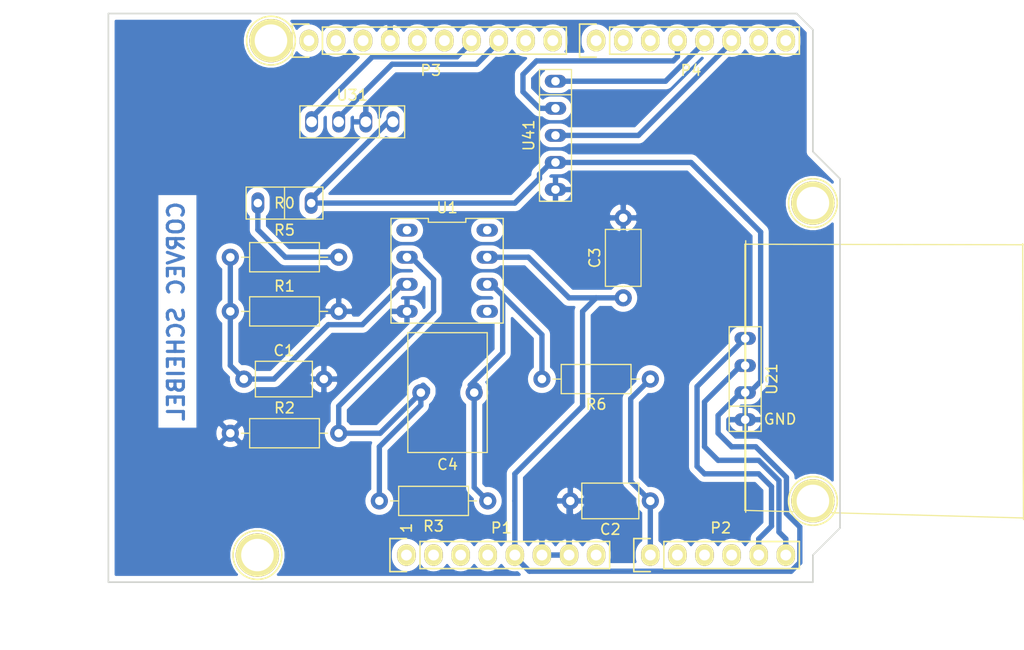
<source format=kicad_pcb>
(kicad_pcb (version 20171130) (host pcbnew "(5.1.2)-2")

  (general
    (thickness 1.6)
    (drawings 28)
    (tracks 119)
    (zones 0)
    (modules 22)
    (nets 40)
  )

  (page A4)
  (title_block
    (date "lun. 30 mars 2015")
  )

  (layers
    (0 F.Cu signal)
    (31 B.Cu signal)
    (32 B.Adhes user)
    (33 F.Adhes user)
    (34 B.Paste user)
    (35 F.Paste user)
    (36 B.SilkS user)
    (37 F.SilkS user)
    (38 B.Mask user)
    (39 F.Mask user)
    (40 Dwgs.User user)
    (41 Cmts.User user)
    (42 Eco1.User user)
    (43 Eco2.User user)
    (44 Edge.Cuts user)
    (45 Margin user)
    (46 B.CrtYd user)
    (47 F.CrtYd user)
    (48 B.Fab user)
    (49 F.Fab user)
  )

  (setup
    (last_trace_width 0.5)
    (trace_clearance 0.2)
    (zone_clearance 0.508)
    (zone_45_only no)
    (trace_min 0.2)
    (via_size 0.6)
    (via_drill 0.5)
    (via_min_size 0.4)
    (via_min_drill 0.3)
    (uvia_size 0.3)
    (uvia_drill 0.1)
    (uvias_allowed no)
    (uvia_min_size 0.2)
    (uvia_min_drill 0.1)
    (edge_width 0.15)
    (segment_width 0.15)
    (pcb_text_width 0.3)
    (pcb_text_size 1.5 1.5)
    (mod_edge_width 0.15)
    (mod_text_size 1 1)
    (mod_text_width 0.15)
    (pad_size 4.064 4.064)
    (pad_drill 3.048)
    (pad_to_mask_clearance 0)
    (aux_axis_origin 110.998 126.365)
    (visible_elements 7FFFFFFF)
    (pcbplotparams
      (layerselection 0x00000_fffffffe)
      (usegerberextensions false)
      (usegerberattributes false)
      (usegerberadvancedattributes false)
      (creategerberjobfile false)
      (excludeedgelayer true)
      (linewidth 0.100000)
      (plotframeref false)
      (viasonmask false)
      (mode 1)
      (useauxorigin false)
      (hpglpennumber 1)
      (hpglpenspeed 20)
      (hpglpendiameter 15.000000)
      (psnegative false)
      (psa4output false)
      (plotreference true)
      (plotvalue true)
      (plotinvisibletext false)
      (padsonsilk false)
      (subtractmaskfromsilk false)
      (outputformat 4)
      (mirror false)
      (drillshape 2)
      (scaleselection 1)
      (outputdirectory ""))
  )

  (net 0 "")
  (net 1 /IOREF)
  (net 2 /Reset)
  (net 3 +5V)
  (net 4 GND)
  (net 5 /Vin)
  (net 6 /A1)
  (net 7 /A2)
  (net 8 /A3)
  (net 9 /AREF)
  (net 10 "/9(**)")
  (net 11 /8)
  (net 12 /7)
  (net 13 "/6(**)")
  (net 14 "/5(**)")
  (net 15 "/1(Tx)")
  (net 16 "/0(Rx)")
  (net 17 "Net-(P5-Pad1)")
  (net 18 "Net-(P6-Pad1)")
  (net 19 "Net-(P7-Pad1)")
  (net 20 "Net-(P8-Pad1)")
  (net 21 "/13(SCK)")
  (net 22 "Net-(P1-Pad1)")
  (net 23 "/12(MISO)")
  (net 24 IN+)
  (net 25 ADC)
  (net 26 "Net-(C4-Pad1)")
  (net 27 IN-)
  (net 28 "Net-(P1-Pad4)")
  (net 29 SDA)
  (net 30 SCK)
  (net 31 TX)
  (net 32 RX)
  (net 33 CLK)
  (net 34 DATA)
  (net 35 SWITCH)
  (net 36 "Net-(R0-Pad2)")
  (net 37 "Net-(U1-Pad8)")
  (net 38 "Net-(U1-Pad1)")
  (net 39 "Net-(U1-Pad5)")

  (net_class Default "This is the default net class."
    (clearance 0.2)
    (trace_width 0.5)
    (via_dia 0.6)
    (via_drill 0.5)
    (uvia_dia 0.3)
    (uvia_drill 0.1)
    (add_net +5V)
    (add_net "/0(Rx)")
    (add_net "/1(Tx)")
    (add_net "/12(MISO)")
    (add_net "/13(SCK)")
    (add_net "/5(**)")
    (add_net "/6(**)")
    (add_net /7)
    (add_net /8)
    (add_net "/9(**)")
    (add_net /A1)
    (add_net /A2)
    (add_net /A3)
    (add_net /AREF)
    (add_net /IOREF)
    (add_net /Reset)
    (add_net /Vin)
    (add_net ADC)
    (add_net CLK)
    (add_net DATA)
    (add_net GND)
    (add_net IN+)
    (add_net IN-)
    (add_net "Net-(C4-Pad1)")
    (add_net "Net-(P1-Pad1)")
    (add_net "Net-(P1-Pad4)")
    (add_net "Net-(P5-Pad1)")
    (add_net "Net-(P6-Pad1)")
    (add_net "Net-(P7-Pad1)")
    (add_net "Net-(P8-Pad1)")
    (add_net "Net-(R0-Pad2)")
    (add_net "Net-(U1-Pad1)")
    (add_net "Net-(U1-Pad5)")
    (add_net "Net-(U1-Pad8)")
    (add_net RX)
    (add_net SCK)
    (add_net SDA)
    (add_net SWITCH)
    (add_net TX)
  )

  (module empreintes:OLED (layer F.Cu) (tedit 6048811B) (tstamp 60487B2D)
    (at 170.688 107.315 90)
    (path /6047E22E)
    (fp_text reference U21 (at 0 2.5 90) (layer F.SilkS)
      (effects (font (size 1 1) (thickness 0.15)))
    )
    (fp_text value OLED_0.91 (at 0 -2.5 90) (layer F.Fab)
      (effects (font (size 1 1) (thickness 0.15)))
    )
    (fp_text user GND (at -3.7592 3.2766) (layer F.SilkS)
      (effects (font (size 1 1) (thickness 0.15)))
    )
    (fp_line (start -13.1826 26.0858) (end 12.7 26.0096) (layer F.SilkS) (width 0.12))
    (fp_line (start -12.319 -0.0254) (end -13.0302 26.035) (layer F.SilkS) (width 0.12))
    (fp_line (start 12.6492 -0.0254) (end -12.319 -0.0254) (layer F.SilkS) (width 0.12))
    (fp_line (start 12.5984 26.0604) (end 12.6492 -0.0254) (layer F.SilkS) (width 0.12))
    (fp_line (start -12.4968 0.0508) (end 12.9794 0.0508) (layer F.SilkS) (width 0.12))
    (fp_line (start -4.66 1.25) (end -4.66 -1.25) (layer F.CrtYd) (width 0.05))
    (fp_line (start 4.66 1.25) (end -4.66 1.25) (layer F.CrtYd) (width 0.05))
    (fp_line (start 4.66 -1.25) (end 4.66 1.25) (layer F.CrtYd) (width 0.05))
    (fp_line (start -4.66 -1.25) (end 4.66 -1.25) (layer F.CrtYd) (width 0.05))
    (fp_line (start -2.54 -1.5) (end -2.54 1.5) (layer F.SilkS) (width 0.12))
    (fp_line (start -4.91 1.5) (end -4.91 -1.5) (layer F.SilkS) (width 0.12))
    (fp_line (start 4.91 1.5) (end -4.91 1.5) (layer F.SilkS) (width 0.12))
    (fp_line (start 4.91 -1.5) (end 4.91 1.5) (layer F.SilkS) (width 0.12))
    (fp_line (start -4.91 -1.5) (end 4.91 -1.5) (layer F.SilkS) (width 0.12))
    (pad 4 thru_hole oval (at 3.81 0 90) (size 1.2 2) (drill 0.8) (layers *.Cu *.Mask)
      (net 29 SDA))
    (pad 3 thru_hole oval (at 1.27 0 90) (size 1.2 2) (drill 0.8) (layers *.Cu *.Mask)
      (net 30 SCK))
    (pad 2 thru_hole oval (at -1.27 0 90) (size 1.2 2) (drill 0.8) (layers *.Cu *.Mask)
      (net 3 +5V))
    (pad 1 thru_hole oval (at -3.81 0 90) (size 1.2 2) (drill 0.8) (layers *.Cu *.Mask)
      (net 4 GND))
  )

  (module Socket_Arduino_Uno:Socket_Strip_Arduino_1x08 locked (layer F.Cu) (tedit 552168D2) (tstamp 551AF9EA)
    (at 138.938 123.825)
    (descr "Through hole socket strip")
    (tags "socket strip")
    (path /56D70129)
    (fp_text reference P1 (at 8.89 -2.54) (layer F.SilkS)
      (effects (font (size 1 1) (thickness 0.15)))
    )
    (fp_text value Power (at 8.89 -4.064) (layer F.Fab)
      (effects (font (size 1 1) (thickness 0.15)))
    )
    (fp_line (start -1.75 -1.75) (end -1.75 1.75) (layer F.CrtYd) (width 0.05))
    (fp_line (start 19.55 -1.75) (end 19.55 1.75) (layer F.CrtYd) (width 0.05))
    (fp_line (start -1.75 -1.75) (end 19.55 -1.75) (layer F.CrtYd) (width 0.05))
    (fp_line (start -1.75 1.75) (end 19.55 1.75) (layer F.CrtYd) (width 0.05))
    (fp_line (start 1.27 1.27) (end 19.05 1.27) (layer F.SilkS) (width 0.15))
    (fp_line (start 19.05 1.27) (end 19.05 -1.27) (layer F.SilkS) (width 0.15))
    (fp_line (start 19.05 -1.27) (end 1.27 -1.27) (layer F.SilkS) (width 0.15))
    (fp_line (start -1.55 1.55) (end 0 1.55) (layer F.SilkS) (width 0.15))
    (fp_line (start 1.27 1.27) (end 1.27 -1.27) (layer F.SilkS) (width 0.15))
    (fp_line (start 0 -1.55) (end -1.55 -1.55) (layer F.SilkS) (width 0.15))
    (fp_line (start -1.55 -1.55) (end -1.55 1.55) (layer F.SilkS) (width 0.15))
    (pad 1 thru_hole oval (at 0 0) (size 1.7272 2.032) (drill 1.016) (layers *.Cu *.Mask F.SilkS)
      (net 22 "Net-(P1-Pad1)"))
    (pad 2 thru_hole oval (at 2.54 0) (size 1.7272 2.032) (drill 1.016) (layers *.Cu *.Mask F.SilkS)
      (net 1 /IOREF))
    (pad 3 thru_hole oval (at 5.08 0) (size 1.7272 2.032) (drill 1.016) (layers *.Cu *.Mask F.SilkS)
      (net 2 /Reset))
    (pad 4 thru_hole oval (at 7.62 0) (size 1.7272 2.032) (drill 1.016) (layers *.Cu *.Mask F.SilkS)
      (net 28 "Net-(P1-Pad4)"))
    (pad 5 thru_hole oval (at 10.16 0) (size 1.7272 2.032) (drill 1.016) (layers *.Cu *.Mask F.SilkS)
      (net 3 +5V))
    (pad 6 thru_hole oval (at 12.7 0) (size 1.7272 2.032) (drill 1.016) (layers *.Cu *.Mask F.SilkS)
      (net 4 GND))
    (pad 7 thru_hole oval (at 15.24 0) (size 1.7272 2.032) (drill 1.016) (layers *.Cu *.Mask F.SilkS)
      (net 4 GND))
    (pad 8 thru_hole oval (at 17.78 0) (size 1.7272 2.032) (drill 1.016) (layers *.Cu *.Mask F.SilkS)
      (net 5 /Vin))
    (model ${KIPRJMOD}/Socket_Arduino_Uno.3dshapes/Socket_header_Arduino_1x08.wrl
      (offset (xyz 8.889999866485596 0 0))
      (scale (xyz 1 1 1))
      (rotate (xyz 0 0 180))
    )
  )

  (module Socket_Arduino_Uno:Socket_Strip_Arduino_1x06 locked (layer F.Cu) (tedit 552168D6) (tstamp 551AF9FF)
    (at 161.798 123.825)
    (descr "Through hole socket strip")
    (tags "socket strip")
    (path /56D70DD8)
    (fp_text reference P2 (at 6.604 -2.54) (layer F.SilkS)
      (effects (font (size 1 1) (thickness 0.15)))
    )
    (fp_text value Analog (at 6.604 -4.064) (layer F.Fab)
      (effects (font (size 1 1) (thickness 0.15)))
    )
    (fp_line (start -1.75 -1.75) (end -1.75 1.75) (layer F.CrtYd) (width 0.05))
    (fp_line (start 14.45 -1.75) (end 14.45 1.75) (layer F.CrtYd) (width 0.05))
    (fp_line (start -1.75 -1.75) (end 14.45 -1.75) (layer F.CrtYd) (width 0.05))
    (fp_line (start -1.75 1.75) (end 14.45 1.75) (layer F.CrtYd) (width 0.05))
    (fp_line (start 1.27 1.27) (end 13.97 1.27) (layer F.SilkS) (width 0.15))
    (fp_line (start 13.97 1.27) (end 13.97 -1.27) (layer F.SilkS) (width 0.15))
    (fp_line (start 13.97 -1.27) (end 1.27 -1.27) (layer F.SilkS) (width 0.15))
    (fp_line (start -1.55 1.55) (end 0 1.55) (layer F.SilkS) (width 0.15))
    (fp_line (start 1.27 1.27) (end 1.27 -1.27) (layer F.SilkS) (width 0.15))
    (fp_line (start 0 -1.55) (end -1.55 -1.55) (layer F.SilkS) (width 0.15))
    (fp_line (start -1.55 -1.55) (end -1.55 1.55) (layer F.SilkS) (width 0.15))
    (pad 1 thru_hole oval (at 0 0) (size 1.7272 2.032) (drill 1.016) (layers *.Cu *.Mask F.SilkS)
      (net 25 ADC))
    (pad 2 thru_hole oval (at 2.54 0) (size 1.7272 2.032) (drill 1.016) (layers *.Cu *.Mask F.SilkS)
      (net 6 /A1))
    (pad 3 thru_hole oval (at 5.08 0) (size 1.7272 2.032) (drill 1.016) (layers *.Cu *.Mask F.SilkS)
      (net 7 /A2))
    (pad 4 thru_hole oval (at 7.62 0) (size 1.7272 2.032) (drill 1.016) (layers *.Cu *.Mask F.SilkS)
      (net 8 /A3))
    (pad 5 thru_hole oval (at 10.16 0) (size 1.7272 2.032) (drill 1.016) (layers *.Cu *.Mask F.SilkS)
      (net 29 SDA))
    (pad 6 thru_hole oval (at 12.7 0) (size 1.7272 2.032) (drill 1.016) (layers *.Cu *.Mask F.SilkS)
      (net 30 SCK))
    (model ${KIPRJMOD}/Socket_Arduino_Uno.3dshapes/Socket_header_Arduino_1x06.wrl
      (offset (xyz 6.349999904632568 0 0))
      (scale (xyz 1 1 1))
      (rotate (xyz 0 0 180))
    )
  )

  (module Socket_Arduino_Uno:Socket_Strip_Arduino_1x10 locked (layer F.Cu) (tedit 552168BF) (tstamp 551AFA18)
    (at 129.794 75.565)
    (descr "Through hole socket strip")
    (tags "socket strip")
    (path /56D721E0)
    (fp_text reference P3 (at 11.43 2.794) (layer F.SilkS)
      (effects (font (size 1 1) (thickness 0.15)))
    )
    (fp_text value Digital (at 11.43 4.318) (layer F.Fab)
      (effects (font (size 1 1) (thickness 0.15)))
    )
    (fp_line (start -1.75 -1.75) (end -1.75 1.75) (layer F.CrtYd) (width 0.05))
    (fp_line (start 24.65 -1.75) (end 24.65 1.75) (layer F.CrtYd) (width 0.05))
    (fp_line (start -1.75 -1.75) (end 24.65 -1.75) (layer F.CrtYd) (width 0.05))
    (fp_line (start -1.75 1.75) (end 24.65 1.75) (layer F.CrtYd) (width 0.05))
    (fp_line (start 1.27 1.27) (end 24.13 1.27) (layer F.SilkS) (width 0.15))
    (fp_line (start 24.13 1.27) (end 24.13 -1.27) (layer F.SilkS) (width 0.15))
    (fp_line (start 24.13 -1.27) (end 1.27 -1.27) (layer F.SilkS) (width 0.15))
    (fp_line (start -1.55 1.55) (end 0 1.55) (layer F.SilkS) (width 0.15))
    (fp_line (start 1.27 1.27) (end 1.27 -1.27) (layer F.SilkS) (width 0.15))
    (fp_line (start 0 -1.55) (end -1.55 -1.55) (layer F.SilkS) (width 0.15))
    (fp_line (start -1.55 -1.55) (end -1.55 1.55) (layer F.SilkS) (width 0.15))
    (pad 1 thru_hole oval (at 0 0) (size 1.7272 2.032) (drill 1.016) (layers *.Cu *.Mask F.SilkS)
      (net 30 SCK))
    (pad 2 thru_hole oval (at 2.54 0) (size 1.7272 2.032) (drill 1.016) (layers *.Cu *.Mask F.SilkS)
      (net 29 SDA))
    (pad 3 thru_hole oval (at 5.08 0) (size 1.7272 2.032) (drill 1.016) (layers *.Cu *.Mask F.SilkS)
      (net 9 /AREF))
    (pad 4 thru_hole oval (at 7.62 0) (size 1.7272 2.032) (drill 1.016) (layers *.Cu *.Mask F.SilkS)
      (net 4 GND))
    (pad 5 thru_hole oval (at 10.16 0) (size 1.7272 2.032) (drill 1.016) (layers *.Cu *.Mask F.SilkS)
      (net 21 "/13(SCK)"))
    (pad 6 thru_hole oval (at 12.7 0) (size 1.7272 2.032) (drill 1.016) (layers *.Cu *.Mask F.SilkS)
      (net 23 "/12(MISO)"))
    (pad 7 thru_hole oval (at 15.24 0) (size 1.7272 2.032) (drill 1.016) (layers *.Cu *.Mask F.SilkS)
      (net 31 TX))
    (pad 8 thru_hole oval (at 17.78 0) (size 1.7272 2.032) (drill 1.016) (layers *.Cu *.Mask F.SilkS)
      (net 32 RX))
    (pad 9 thru_hole oval (at 20.32 0) (size 1.7272 2.032) (drill 1.016) (layers *.Cu *.Mask F.SilkS)
      (net 10 "/9(**)"))
    (pad 10 thru_hole oval (at 22.86 0) (size 1.7272 2.032) (drill 1.016) (layers *.Cu *.Mask F.SilkS)
      (net 11 /8))
    (model ${KIPRJMOD}/Socket_Arduino_Uno.3dshapes/Socket_header_Arduino_1x10.wrl
      (offset (xyz 11.42999982833862 0 0))
      (scale (xyz 1 1 1))
      (rotate (xyz 0 0 180))
    )
  )

  (module Socket_Arduino_Uno:Socket_Strip_Arduino_1x08 locked (layer F.Cu) (tedit 552168C7) (tstamp 551AFA2F)
    (at 156.718 75.565)
    (descr "Through hole socket strip")
    (tags "socket strip")
    (path /56D7164F)
    (fp_text reference P4 (at 8.89 2.794) (layer F.SilkS)
      (effects (font (size 1 1) (thickness 0.15)))
    )
    (fp_text value Digital (at 8.89 4.318) (layer F.Fab)
      (effects (font (size 1 1) (thickness 0.15)))
    )
    (fp_line (start -1.75 -1.75) (end -1.75 1.75) (layer F.CrtYd) (width 0.05))
    (fp_line (start 19.55 -1.75) (end 19.55 1.75) (layer F.CrtYd) (width 0.05))
    (fp_line (start -1.75 -1.75) (end 19.55 -1.75) (layer F.CrtYd) (width 0.05))
    (fp_line (start -1.75 1.75) (end 19.55 1.75) (layer F.CrtYd) (width 0.05))
    (fp_line (start 1.27 1.27) (end 19.05 1.27) (layer F.SilkS) (width 0.15))
    (fp_line (start 19.05 1.27) (end 19.05 -1.27) (layer F.SilkS) (width 0.15))
    (fp_line (start 19.05 -1.27) (end 1.27 -1.27) (layer F.SilkS) (width 0.15))
    (fp_line (start -1.55 1.55) (end 0 1.55) (layer F.SilkS) (width 0.15))
    (fp_line (start 1.27 1.27) (end 1.27 -1.27) (layer F.SilkS) (width 0.15))
    (fp_line (start 0 -1.55) (end -1.55 -1.55) (layer F.SilkS) (width 0.15))
    (fp_line (start -1.55 -1.55) (end -1.55 1.55) (layer F.SilkS) (width 0.15))
    (pad 1 thru_hole oval (at 0 0) (size 1.7272 2.032) (drill 1.016) (layers *.Cu *.Mask F.SilkS)
      (net 12 /7))
    (pad 2 thru_hole oval (at 2.54 0) (size 1.7272 2.032) (drill 1.016) (layers *.Cu *.Mask F.SilkS)
      (net 13 "/6(**)"))
    (pad 3 thru_hole oval (at 5.08 0) (size 1.7272 2.032) (drill 1.016) (layers *.Cu *.Mask F.SilkS)
      (net 14 "/5(**)"))
    (pad 4 thru_hole oval (at 7.62 0) (size 1.7272 2.032) (drill 1.016) (layers *.Cu *.Mask F.SilkS)
      (net 34 DATA))
    (pad 5 thru_hole oval (at 10.16 0) (size 1.7272 2.032) (drill 1.016) (layers *.Cu *.Mask F.SilkS)
      (net 33 CLK))
    (pad 6 thru_hole oval (at 12.7 0) (size 1.7272 2.032) (drill 1.016) (layers *.Cu *.Mask F.SilkS)
      (net 35 SWITCH))
    (pad 7 thru_hole oval (at 15.24 0) (size 1.7272 2.032) (drill 1.016) (layers *.Cu *.Mask F.SilkS)
      (net 15 "/1(Tx)"))
    (pad 8 thru_hole oval (at 17.78 0) (size 1.7272 2.032) (drill 1.016) (layers *.Cu *.Mask F.SilkS)
      (net 16 "/0(Rx)"))
    (model ${KIPRJMOD}/Socket_Arduino_Uno.3dshapes/Socket_header_Arduino_1x08.wrl
      (offset (xyz 8.889999866485596 0 0))
      (scale (xyz 1 1 1))
      (rotate (xyz 0 0 180))
    )
  )

  (module Socket_Arduino_Uno:Arduino_1pin locked (layer F.Cu) (tedit 5524FC39) (tstamp 5524FC3F)
    (at 124.968 123.825)
    (descr "module 1 pin (ou trou mecanique de percage)")
    (tags DEV)
    (path /56D71177)
    (fp_text reference P5 (at 0 -3.048) (layer F.SilkS) hide
      (effects (font (size 1 1) (thickness 0.15)))
    )
    (fp_text value CONN_01X01 (at 0 2.794) (layer F.Fab) hide
      (effects (font (size 1 1) (thickness 0.15)))
    )
    (fp_circle (center 0 0) (end 0 -2.286) (layer F.SilkS) (width 0.15))
    (pad 1 thru_hole circle (at 0 0) (size 4.064 4.064) (drill 3.048) (layers *.Cu *.Mask F.SilkS)
      (net 17 "Net-(P5-Pad1)"))
  )

  (module Socket_Arduino_Uno:Arduino_1pin locked (layer F.Cu) (tedit 5524FC4A) (tstamp 5524FC44)
    (at 177.038 118.745)
    (descr "module 1 pin (ou trou mecanique de percage)")
    (tags DEV)
    (path /56D71274)
    (fp_text reference P6 (at 0 -3.048) (layer F.SilkS) hide
      (effects (font (size 1 1) (thickness 0.15)))
    )
    (fp_text value CONN_01X01 (at 0 2.794) (layer F.Fab) hide
      (effects (font (size 1 1) (thickness 0.15)))
    )
    (fp_circle (center 0 0) (end 0 -2.286) (layer F.SilkS) (width 0.15))
    (pad 1 thru_hole circle (at 0 0) (size 4.064 4.064) (drill 3.048) (layers *.Cu *.Mask F.SilkS)
      (net 18 "Net-(P6-Pad1)"))
  )

  (module Socket_Arduino_Uno:Arduino_1pin locked (layer F.Cu) (tedit 5524FC2F) (tstamp 5524FC49)
    (at 126.238 75.565)
    (descr "module 1 pin (ou trou mecanique de percage)")
    (tags DEV)
    (path /56D712A8)
    (fp_text reference P7 (at 0 -3.048) (layer F.SilkS) hide
      (effects (font (size 1 1) (thickness 0.15)))
    )
    (fp_text value CONN_01X01 (at 0 2.794) (layer F.Fab) hide
      (effects (font (size 1 1) (thickness 0.15)))
    )
    (fp_circle (center 0 0) (end 0 -2.286) (layer F.SilkS) (width 0.15))
    (pad 1 thru_hole circle (at 0 0) (size 4.064 4.064) (drill 3.048) (layers *.Cu *.Mask F.SilkS)
      (net 19 "Net-(P7-Pad1)"))
  )

  (module Socket_Arduino_Uno:Arduino_1pin locked (layer F.Cu) (tedit 5524FC41) (tstamp 5524FC4E)
    (at 177.038 90.805)
    (descr "module 1 pin (ou trou mecanique de percage)")
    (tags DEV)
    (path /56D712DB)
    (fp_text reference P8 (at 0 -3.048) (layer F.SilkS) hide
      (effects (font (size 1 1) (thickness 0.15)))
    )
    (fp_text value CONN_01X01 (at 0 2.794) (layer F.Fab) hide
      (effects (font (size 1 1) (thickness 0.15)))
    )
    (fp_circle (center 0 0) (end 0 -2.286) (layer F.SilkS) (width 0.15))
    (pad 1 thru_hole circle (at 0 0) (size 4.064 4.064) (drill 3.048) (layers *.Cu *.Mask F.SilkS)
      (net 20 "Net-(P8-Pad1)"))
  )

  (module Capacitor_THT:C_Axial_L5.1mm_D3.1mm_P7.50mm_Horizontal (layer F.Cu) (tedit 5AE50EF0) (tstamp 60487A41)
    (at 123.698 107.315)
    (descr "C, Axial series, Axial, Horizontal, pin pitch=7.5mm, , length*diameter=5.1*3.1mm^2, http://www.vishay.com/docs/45231/arseries.pdf")
    (tags "C Axial series Axial Horizontal pin pitch 7.5mm  length 5.1mm diameter 3.1mm")
    (path /60381B3E)
    (fp_text reference C1 (at 3.75 -2.67) (layer F.SilkS)
      (effects (font (size 1 1) (thickness 0.15)))
    )
    (fp_text value 100n (at 3.75 2.67) (layer F.Fab)
      (effects (font (size 1 1) (thickness 0.15)))
    )
    (fp_line (start 1.2 -1.55) (end 1.2 1.55) (layer F.Fab) (width 0.1))
    (fp_line (start 1.2 1.55) (end 6.3 1.55) (layer F.Fab) (width 0.1))
    (fp_line (start 6.3 1.55) (end 6.3 -1.55) (layer F.Fab) (width 0.1))
    (fp_line (start 6.3 -1.55) (end 1.2 -1.55) (layer F.Fab) (width 0.1))
    (fp_line (start 0 0) (end 1.2 0) (layer F.Fab) (width 0.1))
    (fp_line (start 7.5 0) (end 6.3 0) (layer F.Fab) (width 0.1))
    (fp_line (start 1.08 -1.67) (end 1.08 1.67) (layer F.SilkS) (width 0.12))
    (fp_line (start 1.08 1.67) (end 6.42 1.67) (layer F.SilkS) (width 0.12))
    (fp_line (start 6.42 1.67) (end 6.42 -1.67) (layer F.SilkS) (width 0.12))
    (fp_line (start 6.42 -1.67) (end 1.08 -1.67) (layer F.SilkS) (width 0.12))
    (fp_line (start 1.04 0) (end 1.08 0) (layer F.SilkS) (width 0.12))
    (fp_line (start 6.46 0) (end 6.42 0) (layer F.SilkS) (width 0.12))
    (fp_line (start -1.05 -1.8) (end -1.05 1.8) (layer F.CrtYd) (width 0.05))
    (fp_line (start -1.05 1.8) (end 8.55 1.8) (layer F.CrtYd) (width 0.05))
    (fp_line (start 8.55 1.8) (end 8.55 -1.8) (layer F.CrtYd) (width 0.05))
    (fp_line (start 8.55 -1.8) (end -1.05 -1.8) (layer F.CrtYd) (width 0.05))
    (fp_text user %R (at 3.884999 0) (layer F.Fab)
      (effects (font (size 1 1) (thickness 0.15)))
    )
    (pad 1 thru_hole circle (at 0 0) (size 1.6 1.6) (drill 0.8) (layers *.Cu *.Mask)
      (net 24 IN+))
    (pad 2 thru_hole oval (at 7.5 0) (size 1.6 1.6) (drill 0.8) (layers *.Cu *.Mask)
      (net 4 GND))
    (model ${KISYS3DMOD}/Capacitor_THT.3dshapes/C_Axial_L5.1mm_D3.1mm_P7.50mm_Horizontal.wrl
      (at (xyz 0 0 0))
      (scale (xyz 1 1 1))
      (rotate (xyz 0 0 0))
    )
  )

  (module Capacitor_THT:C_Axial_L5.1mm_D3.1mm_P7.50mm_Horizontal (layer F.Cu) (tedit 5AE50EF0) (tstamp 60487A58)
    (at 161.798 118.745 180)
    (descr "C, Axial series, Axial, Horizontal, pin pitch=7.5mm, , length*diameter=5.1*3.1mm^2, http://www.vishay.com/docs/45231/arseries.pdf")
    (tags "C Axial series Axial Horizontal pin pitch 7.5mm  length 5.1mm diameter 3.1mm")
    (path /603A0A69)
    (fp_text reference C2 (at 3.75 -2.67) (layer F.SilkS)
      (effects (font (size 1 1) (thickness 0.15)))
    )
    (fp_text value 100n (at 3.75 2.67) (layer F.Fab)
      (effects (font (size 1 1) (thickness 0.15)))
    )
    (fp_line (start 1.2 -1.55) (end 1.2 1.55) (layer F.Fab) (width 0.1))
    (fp_line (start 1.2 1.55) (end 6.3 1.55) (layer F.Fab) (width 0.1))
    (fp_line (start 6.3 1.55) (end 6.3 -1.55) (layer F.Fab) (width 0.1))
    (fp_line (start 6.3 -1.55) (end 1.2 -1.55) (layer F.Fab) (width 0.1))
    (fp_line (start 0 0) (end 1.2 0) (layer F.Fab) (width 0.1))
    (fp_line (start 7.5 0) (end 6.3 0) (layer F.Fab) (width 0.1))
    (fp_line (start 1.08 -1.67) (end 1.08 1.67) (layer F.SilkS) (width 0.12))
    (fp_line (start 1.08 1.67) (end 6.42 1.67) (layer F.SilkS) (width 0.12))
    (fp_line (start 6.42 1.67) (end 6.42 -1.67) (layer F.SilkS) (width 0.12))
    (fp_line (start 6.42 -1.67) (end 1.08 -1.67) (layer F.SilkS) (width 0.12))
    (fp_line (start 1.04 0) (end 1.08 0) (layer F.SilkS) (width 0.12))
    (fp_line (start 6.46 0) (end 6.42 0) (layer F.SilkS) (width 0.12))
    (fp_line (start -1.05 -1.8) (end -1.05 1.8) (layer F.CrtYd) (width 0.05))
    (fp_line (start -1.05 1.8) (end 8.55 1.8) (layer F.CrtYd) (width 0.05))
    (fp_line (start 8.55 1.8) (end 8.55 -1.8) (layer F.CrtYd) (width 0.05))
    (fp_line (start 8.55 -1.8) (end -1.05 -1.8) (layer F.CrtYd) (width 0.05))
    (fp_text user %R (at 3.75 0) (layer F.Fab)
      (effects (font (size 1 1) (thickness 0.15)))
    )
    (pad 1 thru_hole circle (at 0 0 180) (size 1.6 1.6) (drill 0.8) (layers *.Cu *.Mask)
      (net 25 ADC))
    (pad 2 thru_hole oval (at 7.5 0 180) (size 1.6 1.6) (drill 0.8) (layers *.Cu *.Mask)
      (net 4 GND))
    (model ${KISYS3DMOD}/Capacitor_THT.3dshapes/C_Axial_L5.1mm_D3.1mm_P7.50mm_Horizontal.wrl
      (at (xyz 0 0 0))
      (scale (xyz 1 1 1))
      (rotate (xyz 0 0 0))
    )
  )

  (module Capacitor_THT:C_Axial_L5.1mm_D3.1mm_P7.50mm_Horizontal (layer F.Cu) (tedit 5AE50EF0) (tstamp 60487A6F)
    (at 159.258 99.695 90)
    (descr "C, Axial series, Axial, Horizontal, pin pitch=7.5mm, , length*diameter=5.1*3.1mm^2, http://www.vishay.com/docs/45231/arseries.pdf")
    (tags "C Axial series Axial Horizontal pin pitch 7.5mm  length 5.1mm diameter 3.1mm")
    (path /6039178F)
    (fp_text reference C3 (at 3.75 -2.67 90) (layer F.SilkS)
      (effects (font (size 1 1) (thickness 0.15)))
    )
    (fp_text value 100n (at 3.75 2.67 90) (layer F.Fab)
      (effects (font (size 1 1) (thickness 0.15)))
    )
    (fp_text user %R (at 3.75 0 90) (layer F.Fab)
      (effects (font (size 1 1) (thickness 0.15)))
    )
    (fp_line (start 8.55 -1.8) (end -1.05 -1.8) (layer F.CrtYd) (width 0.05))
    (fp_line (start 8.55 1.8) (end 8.55 -1.8) (layer F.CrtYd) (width 0.05))
    (fp_line (start -1.05 1.8) (end 8.55 1.8) (layer F.CrtYd) (width 0.05))
    (fp_line (start -1.05 -1.8) (end -1.05 1.8) (layer F.CrtYd) (width 0.05))
    (fp_line (start 6.46 0) (end 6.42 0) (layer F.SilkS) (width 0.12))
    (fp_line (start 1.04 0) (end 1.08 0) (layer F.SilkS) (width 0.12))
    (fp_line (start 6.42 -1.67) (end 1.08 -1.67) (layer F.SilkS) (width 0.12))
    (fp_line (start 6.42 1.67) (end 6.42 -1.67) (layer F.SilkS) (width 0.12))
    (fp_line (start 1.08 1.67) (end 6.42 1.67) (layer F.SilkS) (width 0.12))
    (fp_line (start 1.08 -1.67) (end 1.08 1.67) (layer F.SilkS) (width 0.12))
    (fp_line (start 7.5 0) (end 6.3 0) (layer F.Fab) (width 0.1))
    (fp_line (start 0 0) (end 1.2 0) (layer F.Fab) (width 0.1))
    (fp_line (start 6.3 -1.55) (end 1.2 -1.55) (layer F.Fab) (width 0.1))
    (fp_line (start 6.3 1.55) (end 6.3 -1.55) (layer F.Fab) (width 0.1))
    (fp_line (start 1.2 1.55) (end 6.3 1.55) (layer F.Fab) (width 0.1))
    (fp_line (start 1.2 -1.55) (end 1.2 1.55) (layer F.Fab) (width 0.1))
    (pad 2 thru_hole oval (at 7.5 0 90) (size 1.6 1.6) (drill 0.8) (layers *.Cu *.Mask)
      (net 4 GND))
    (pad 1 thru_hole circle (at 0 0 90) (size 1.6 1.6) (drill 0.8) (layers *.Cu *.Mask)
      (net 3 +5V))
    (model ${KISYS3DMOD}/Capacitor_THT.3dshapes/C_Axial_L5.1mm_D3.1mm_P7.50mm_Horizontal.wrl
      (at (xyz 0 0 0))
      (scale (xyz 1 1 1))
      (rotate (xyz 0 0 0))
    )
  )

  (module Capacitor_THT:C_Rect_L7.2mm_W11.0mm_P5.00mm_FKS2_FKP2_MKS2_MKP2 (layer F.Cu) (tedit 5AE50EF0) (tstamp 60487A82)
    (at 145.288 108.585 180)
    (descr "C, Rect series, Radial, pin pitch=5.00mm, , length*width=7.2*11mm^2, Capacitor, http://www.wima.com/EN/WIMA_FKS_2.pdf")
    (tags "C Rect series Radial pin pitch 5.00mm  length 7.2mm width 11mm Capacitor")
    (path /6039B65E)
    (fp_text reference C4 (at 2.5 -6.75) (layer F.SilkS)
      (effects (font (size 1 1) (thickness 0.15)))
    )
    (fp_text value 1µ (at 2.5 6.75) (layer F.Fab)
      (effects (font (size 1 1) (thickness 0.15)))
    )
    (fp_line (start -1.1 -5.5) (end -1.1 5.5) (layer F.Fab) (width 0.1))
    (fp_line (start -1.1 5.5) (end 6.1 5.5) (layer F.Fab) (width 0.1))
    (fp_line (start 6.1 5.5) (end 6.1 -5.5) (layer F.Fab) (width 0.1))
    (fp_line (start 6.1 -5.5) (end -1.1 -5.5) (layer F.Fab) (width 0.1))
    (fp_line (start -1.22 -5.62) (end 6.22 -5.62) (layer F.SilkS) (width 0.12))
    (fp_line (start -1.22 5.62) (end 6.22 5.62) (layer F.SilkS) (width 0.12))
    (fp_line (start -1.22 -5.62) (end -1.22 5.62) (layer F.SilkS) (width 0.12))
    (fp_line (start 6.22 -5.62) (end 6.22 5.62) (layer F.SilkS) (width 0.12))
    (fp_line (start -1.35 -5.75) (end -1.35 5.75) (layer F.CrtYd) (width 0.05))
    (fp_line (start -1.35 5.75) (end 6.35 5.75) (layer F.CrtYd) (width 0.05))
    (fp_line (start 6.35 5.75) (end 6.35 -5.75) (layer F.CrtYd) (width 0.05))
    (fp_line (start 6.35 -5.75) (end -1.35 -5.75) (layer F.CrtYd) (width 0.05))
    (fp_text user %R (at 2.5 0) (layer F.Fab)
      (effects (font (size 1 1) (thickness 0.15)))
    )
    (pad 1 thru_hole circle (at 0 0 180) (size 1.6 1.6) (drill 0.8) (layers *.Cu *.Mask)
      (net 26 "Net-(C4-Pad1)"))
    (pad 2 thru_hole circle (at 5 0 180) (size 1.6 1.6) (drill 0.8) (layers *.Cu *.Mask)
      (net 27 IN-))
    (model ${KISYS3DMOD}/Capacitor_THT.3dshapes/C_Rect_L7.2mm_W11.0mm_P5.00mm_FKS2_FKP2_MKS2_MKP2.wrl
      (at (xyz 0 0 0))
      (scale (xyz 1 1 1))
      (rotate (xyz 0 0 0))
    )
  )

  (module empreintes:Rsensor (layer F.Cu) (tedit 60363409) (tstamp 60487A91)
    (at 127.508 90.805 180)
    (path /6037FC90)
    (fp_text reference R0 (at 0 0) (layer F.SilkS)
      (effects (font (size 1 1) (thickness 0.15)))
    )
    (fp_text value Rsensor (at 0 -2.5) (layer F.Fab)
      (effects (font (size 1 1) (thickness 0.15)))
    )
    (fp_line (start -3.6 -1.5) (end 3.6 -1.5) (layer F.SilkS) (width 0.12))
    (fp_line (start 3.6 -1.5) (end 3.6 1.5) (layer F.SilkS) (width 0.12))
    (fp_line (start 3.6 1.5) (end -3.6 1.5) (layer F.SilkS) (width 0.12))
    (fp_line (start -3.6 1.5) (end -3.6 -1.5) (layer F.SilkS) (width 0.12))
    (fp_line (start 0 -1.5) (end 0 1.5) (layer F.SilkS) (width 0.12))
    (fp_line (start -3.35 -1.25) (end 3.35 -1.25) (layer F.CrtYd) (width 0.05))
    (fp_line (start 3.35 -1.25) (end 3.35 1.25) (layer F.CrtYd) (width 0.05))
    (fp_line (start 3.35 1.25) (end -3.35 1.25) (layer F.CrtYd) (width 0.05))
    (fp_line (start -3.35 1.25) (end -3.35 -1.25) (layer F.CrtYd) (width 0.05))
    (pad 1 thru_hole oval (at -2.5 0 180) (size 1.2 2) (drill 0.8) (layers *.Cu *.Mask)
      (net 3 +5V))
    (pad 2 thru_hole oval (at 2.5 0 180) (size 1.2 2) (drill 0.8) (layers *.Cu *.Mask)
      (net 36 "Net-(R0-Pad2)"))
  )

  (module Resistor_THT:R_Axial_DIN0207_L6.3mm_D2.5mm_P10.16mm_Horizontal (layer F.Cu) (tedit 5AE5139B) (tstamp 60487AA8)
    (at 122.428 100.965)
    (descr "Resistor, Axial_DIN0207 series, Axial, Horizontal, pin pitch=10.16mm, 0.25W = 1/4W, length*diameter=6.3*2.5mm^2, http://cdn-reichelt.de/documents/datenblatt/B400/1_4W%23YAG.pdf")
    (tags "Resistor Axial_DIN0207 series Axial Horizontal pin pitch 10.16mm 0.25W = 1/4W length 6.3mm diameter 2.5mm")
    (path /603820ED)
    (fp_text reference R1 (at 5.08 -2.37) (layer F.SilkS)
      (effects (font (size 1 1) (thickness 0.15)))
    )
    (fp_text value 100k (at 5.08 2.37) (layer F.Fab)
      (effects (font (size 1 1) (thickness 0.15)))
    )
    (fp_text user %R (at 5.08 0) (layer F.Fab)
      (effects (font (size 1 1) (thickness 0.15)))
    )
    (fp_line (start 11.21 -1.5) (end -1.05 -1.5) (layer F.CrtYd) (width 0.05))
    (fp_line (start 11.21 1.5) (end 11.21 -1.5) (layer F.CrtYd) (width 0.05))
    (fp_line (start -1.05 1.5) (end 11.21 1.5) (layer F.CrtYd) (width 0.05))
    (fp_line (start -1.05 -1.5) (end -1.05 1.5) (layer F.CrtYd) (width 0.05))
    (fp_line (start 9.12 0) (end 8.35 0) (layer F.SilkS) (width 0.12))
    (fp_line (start 1.04 0) (end 1.81 0) (layer F.SilkS) (width 0.12))
    (fp_line (start 8.35 -1.37) (end 1.81 -1.37) (layer F.SilkS) (width 0.12))
    (fp_line (start 8.35 1.37) (end 8.35 -1.37) (layer F.SilkS) (width 0.12))
    (fp_line (start 1.81 1.37) (end 8.35 1.37) (layer F.SilkS) (width 0.12))
    (fp_line (start 1.81 -1.37) (end 1.81 1.37) (layer F.SilkS) (width 0.12))
    (fp_line (start 10.16 0) (end 8.23 0) (layer F.Fab) (width 0.1))
    (fp_line (start 0 0) (end 1.93 0) (layer F.Fab) (width 0.1))
    (fp_line (start 8.23 -1.25) (end 1.93 -1.25) (layer F.Fab) (width 0.1))
    (fp_line (start 8.23 1.25) (end 8.23 -1.25) (layer F.Fab) (width 0.1))
    (fp_line (start 1.93 1.25) (end 8.23 1.25) (layer F.Fab) (width 0.1))
    (fp_line (start 1.93 -1.25) (end 1.93 1.25) (layer F.Fab) (width 0.1))
    (pad 2 thru_hole oval (at 10.16 0) (size 1.6 1.6) (drill 0.8) (layers *.Cu *.Mask)
      (net 4 GND))
    (pad 1 thru_hole circle (at 0 0) (size 1.6 1.6) (drill 0.8) (layers *.Cu *.Mask)
      (net 24 IN+))
    (model ${KISYS3DMOD}/Resistor_THT.3dshapes/R_Axial_DIN0207_L6.3mm_D2.5mm_P10.16mm_Horizontal.wrl
      (at (xyz 0 0 0))
      (scale (xyz 1 1 1))
      (rotate (xyz 0 0 0))
    )
  )

  (module Resistor_THT:R_Axial_DIN0207_L6.3mm_D2.5mm_P10.16mm_Horizontal (layer F.Cu) (tedit 5AE5139B) (tstamp 60487ABF)
    (at 122.428 112.395)
    (descr "Resistor, Axial_DIN0207 series, Axial, Horizontal, pin pitch=10.16mm, 0.25W = 1/4W, length*diameter=6.3*2.5mm^2, http://cdn-reichelt.de/documents/datenblatt/B400/1_4W%23YAG.pdf")
    (tags "Resistor Axial_DIN0207 series Axial Horizontal pin pitch 10.16mm 0.25W = 1/4W length 6.3mm diameter 2.5mm")
    (path /6039C6A6)
    (fp_text reference R2 (at 5.08 -2.37) (layer F.SilkS)
      (effects (font (size 1 1) (thickness 0.15)))
    )
    (fp_text value 1k (at 5.08 2.37) (layer F.Fab)
      (effects (font (size 1 1) (thickness 0.15)))
    )
    (fp_line (start 1.93 -1.25) (end 1.93 1.25) (layer F.Fab) (width 0.1))
    (fp_line (start 1.93 1.25) (end 8.23 1.25) (layer F.Fab) (width 0.1))
    (fp_line (start 8.23 1.25) (end 8.23 -1.25) (layer F.Fab) (width 0.1))
    (fp_line (start 8.23 -1.25) (end 1.93 -1.25) (layer F.Fab) (width 0.1))
    (fp_line (start 0 0) (end 1.93 0) (layer F.Fab) (width 0.1))
    (fp_line (start 10.16 0) (end 8.23 0) (layer F.Fab) (width 0.1))
    (fp_line (start 1.81 -1.37) (end 1.81 1.37) (layer F.SilkS) (width 0.12))
    (fp_line (start 1.81 1.37) (end 8.35 1.37) (layer F.SilkS) (width 0.12))
    (fp_line (start 8.35 1.37) (end 8.35 -1.37) (layer F.SilkS) (width 0.12))
    (fp_line (start 8.35 -1.37) (end 1.81 -1.37) (layer F.SilkS) (width 0.12))
    (fp_line (start 1.04 0) (end 1.81 0) (layer F.SilkS) (width 0.12))
    (fp_line (start 9.12 0) (end 8.35 0) (layer F.SilkS) (width 0.12))
    (fp_line (start -1.05 -1.5) (end -1.05 1.5) (layer F.CrtYd) (width 0.05))
    (fp_line (start -1.05 1.5) (end 11.21 1.5) (layer F.CrtYd) (width 0.05))
    (fp_line (start 11.21 1.5) (end 11.21 -1.5) (layer F.CrtYd) (width 0.05))
    (fp_line (start 11.21 -1.5) (end -1.05 -1.5) (layer F.CrtYd) (width 0.05))
    (fp_text user %R (at 5.08 0) (layer F.Fab)
      (effects (font (size 1 1) (thickness 0.15)))
    )
    (pad 1 thru_hole circle (at 0 0) (size 1.6 1.6) (drill 0.8) (layers *.Cu *.Mask)
      (net 4 GND))
    (pad 2 thru_hole oval (at 10.16 0) (size 1.6 1.6) (drill 0.8) (layers *.Cu *.Mask)
      (net 27 IN-))
    (model ${KISYS3DMOD}/Resistor_THT.3dshapes/R_Axial_DIN0207_L6.3mm_D2.5mm_P10.16mm_Horizontal.wrl
      (at (xyz 0 0 0))
      (scale (xyz 1 1 1))
      (rotate (xyz 0 0 0))
    )
  )

  (module Resistor_THT:R_Axial_DIN0207_L6.3mm_D2.5mm_P10.16mm_Horizontal (layer F.Cu) (tedit 5AE5139B) (tstamp 60487AD6)
    (at 146.558 118.745 180)
    (descr "Resistor, Axial_DIN0207 series, Axial, Horizontal, pin pitch=10.16mm, 0.25W = 1/4W, length*diameter=6.3*2.5mm^2, http://cdn-reichelt.de/documents/datenblatt/B400/1_4W%23YAG.pdf")
    (tags "Resistor Axial_DIN0207 series Axial Horizontal pin pitch 10.16mm 0.25W = 1/4W length 6.3mm diameter 2.5mm")
    (path /6039AED5)
    (fp_text reference R3 (at 5.08 -2.37) (layer F.SilkS)
      (effects (font (size 1 1) (thickness 0.15)))
    )
    (fp_text value 100k (at 5.08 2.37) (layer F.Fab)
      (effects (font (size 1 1) (thickness 0.15)))
    )
    (fp_line (start 1.93 -1.25) (end 1.93 1.25) (layer F.Fab) (width 0.1))
    (fp_line (start 1.93 1.25) (end 8.23 1.25) (layer F.Fab) (width 0.1))
    (fp_line (start 8.23 1.25) (end 8.23 -1.25) (layer F.Fab) (width 0.1))
    (fp_line (start 8.23 -1.25) (end 1.93 -1.25) (layer F.Fab) (width 0.1))
    (fp_line (start 0 0) (end 1.93 0) (layer F.Fab) (width 0.1))
    (fp_line (start 10.16 0) (end 8.23 0) (layer F.Fab) (width 0.1))
    (fp_line (start 1.81 -1.37) (end 1.81 1.37) (layer F.SilkS) (width 0.12))
    (fp_line (start 1.81 1.37) (end 8.35 1.37) (layer F.SilkS) (width 0.12))
    (fp_line (start 8.35 1.37) (end 8.35 -1.37) (layer F.SilkS) (width 0.12))
    (fp_line (start 8.35 -1.37) (end 1.81 -1.37) (layer F.SilkS) (width 0.12))
    (fp_line (start 1.04 0) (end 1.81 0) (layer F.SilkS) (width 0.12))
    (fp_line (start 9.12 0) (end 8.35 0) (layer F.SilkS) (width 0.12))
    (fp_line (start -1.05 -1.5) (end -1.05 1.5) (layer F.CrtYd) (width 0.05))
    (fp_line (start -1.05 1.5) (end 11.21 1.5) (layer F.CrtYd) (width 0.05))
    (fp_line (start 11.21 1.5) (end 11.21 -1.5) (layer F.CrtYd) (width 0.05))
    (fp_line (start 11.21 -1.5) (end -1.05 -1.5) (layer F.CrtYd) (width 0.05))
    (fp_text user %R (at 5.08 0) (layer F.Fab)
      (effects (font (size 1 1) (thickness 0.15)))
    )
    (pad 1 thru_hole circle (at 0 0 180) (size 1.6 1.6) (drill 0.8) (layers *.Cu *.Mask)
      (net 26 "Net-(C4-Pad1)"))
    (pad 2 thru_hole oval (at 10.16 0 180) (size 1.6 1.6) (drill 0.8) (layers *.Cu *.Mask)
      (net 27 IN-))
    (model ${KISYS3DMOD}/Resistor_THT.3dshapes/R_Axial_DIN0207_L6.3mm_D2.5mm_P10.16mm_Horizontal.wrl
      (at (xyz 0 0 0))
      (scale (xyz 1 1 1))
      (rotate (xyz 0 0 0))
    )
  )

  (module Resistor_THT:R_Axial_DIN0207_L6.3mm_D2.5mm_P10.16mm_Horizontal (layer F.Cu) (tedit 5AE5139B) (tstamp 60487AED)
    (at 122.428 95.885)
    (descr "Resistor, Axial_DIN0207 series, Axial, Horizontal, pin pitch=10.16mm, 0.25W = 1/4W, length*diameter=6.3*2.5mm^2, http://cdn-reichelt.de/documents/datenblatt/B400/1_4W%23YAG.pdf")
    (tags "Resistor Axial_DIN0207 series Axial Horizontal pin pitch 10.16mm 0.25W = 1/4W length 6.3mm diameter 2.5mm")
    (path /60380498)
    (fp_text reference R5 (at 5.08 -2.54) (layer F.SilkS)
      (effects (font (size 1 1) (thickness 0.15)))
    )
    (fp_text value 10k (at 5.08 2.37) (layer F.Fab)
      (effects (font (size 1 1) (thickness 0.15)))
    )
    (fp_line (start 1.93 -1.25) (end 1.93 1.25) (layer F.Fab) (width 0.1))
    (fp_line (start 1.93 1.25) (end 8.23 1.25) (layer F.Fab) (width 0.1))
    (fp_line (start 8.23 1.25) (end 8.23 -1.25) (layer F.Fab) (width 0.1))
    (fp_line (start 8.23 -1.25) (end 1.93 -1.25) (layer F.Fab) (width 0.1))
    (fp_line (start 0 0) (end 1.93 0) (layer F.Fab) (width 0.1))
    (fp_line (start 10.16 0) (end 8.23 0) (layer F.Fab) (width 0.1))
    (fp_line (start 1.81 -1.37) (end 1.81 1.37) (layer F.SilkS) (width 0.12))
    (fp_line (start 1.81 1.37) (end 8.35 1.37) (layer F.SilkS) (width 0.12))
    (fp_line (start 8.35 1.37) (end 8.35 -1.37) (layer F.SilkS) (width 0.12))
    (fp_line (start 8.35 -1.37) (end 1.81 -1.37) (layer F.SilkS) (width 0.12))
    (fp_line (start 1.04 0) (end 1.81 0) (layer F.SilkS) (width 0.12))
    (fp_line (start 9.12 0) (end 8.35 0) (layer F.SilkS) (width 0.12))
    (fp_line (start -1.05 -1.5) (end -1.05 1.5) (layer F.CrtYd) (width 0.05))
    (fp_line (start -1.05 1.5) (end 11.21 1.5) (layer F.CrtYd) (width 0.05))
    (fp_line (start 11.21 1.5) (end 11.21 -1.5) (layer F.CrtYd) (width 0.05))
    (fp_line (start 11.21 -1.5) (end -1.05 -1.5) (layer F.CrtYd) (width 0.05))
    (fp_text user %R (at 5.08 0) (layer F.Fab)
      (effects (font (size 1 1) (thickness 0.15)))
    )
    (pad 1 thru_hole circle (at 0 0) (size 1.6 1.6) (drill 0.8) (layers *.Cu *.Mask)
      (net 24 IN+))
    (pad 2 thru_hole oval (at 10.16 0) (size 1.6 1.6) (drill 0.8) (layers *.Cu *.Mask)
      (net 36 "Net-(R0-Pad2)"))
    (model ${KISYS3DMOD}/Resistor_THT.3dshapes/R_Axial_DIN0207_L6.3mm_D2.5mm_P10.16mm_Horizontal.wrl
      (at (xyz 0 0 0))
      (scale (xyz 1 1 1))
      (rotate (xyz 0 0 0))
    )
  )

  (module Resistor_THT:R_Axial_DIN0207_L6.3mm_D2.5mm_P10.16mm_Horizontal (layer F.Cu) (tedit 5AE5139B) (tstamp 60487B04)
    (at 161.798 107.315 180)
    (descr "Resistor, Axial_DIN0207 series, Axial, Horizontal, pin pitch=10.16mm, 0.25W = 1/4W, length*diameter=6.3*2.5mm^2, http://cdn-reichelt.de/documents/datenblatt/B400/1_4W%23YAG.pdf")
    (tags "Resistor Axial_DIN0207 series Axial Horizontal pin pitch 10.16mm 0.25W = 1/4W length 6.3mm diameter 2.5mm")
    (path /6039BD7B)
    (fp_text reference R6 (at 5.08 -2.37) (layer F.SilkS)
      (effects (font (size 1 1) (thickness 0.15)))
    )
    (fp_text value 1k (at 5.08 2.37) (layer F.Fab)
      (effects (font (size 1 1) (thickness 0.15)))
    )
    (fp_text user %R (at 5.08 0) (layer F.Fab)
      (effects (font (size 1 1) (thickness 0.15)))
    )
    (fp_line (start 11.21 -1.5) (end -1.05 -1.5) (layer F.CrtYd) (width 0.05))
    (fp_line (start 11.21 1.5) (end 11.21 -1.5) (layer F.CrtYd) (width 0.05))
    (fp_line (start -1.05 1.5) (end 11.21 1.5) (layer F.CrtYd) (width 0.05))
    (fp_line (start -1.05 -1.5) (end -1.05 1.5) (layer F.CrtYd) (width 0.05))
    (fp_line (start 9.12 0) (end 8.35 0) (layer F.SilkS) (width 0.12))
    (fp_line (start 1.04 0) (end 1.81 0) (layer F.SilkS) (width 0.12))
    (fp_line (start 8.35 -1.37) (end 1.81 -1.37) (layer F.SilkS) (width 0.12))
    (fp_line (start 8.35 1.37) (end 8.35 -1.37) (layer F.SilkS) (width 0.12))
    (fp_line (start 1.81 1.37) (end 8.35 1.37) (layer F.SilkS) (width 0.12))
    (fp_line (start 1.81 -1.37) (end 1.81 1.37) (layer F.SilkS) (width 0.12))
    (fp_line (start 10.16 0) (end 8.23 0) (layer F.Fab) (width 0.1))
    (fp_line (start 0 0) (end 1.93 0) (layer F.Fab) (width 0.1))
    (fp_line (start 8.23 -1.25) (end 1.93 -1.25) (layer F.Fab) (width 0.1))
    (fp_line (start 8.23 1.25) (end 8.23 -1.25) (layer F.Fab) (width 0.1))
    (fp_line (start 1.93 1.25) (end 8.23 1.25) (layer F.Fab) (width 0.1))
    (fp_line (start 1.93 -1.25) (end 1.93 1.25) (layer F.Fab) (width 0.1))
    (pad 2 thru_hole oval (at 10.16 0 180) (size 1.6 1.6) (drill 0.8) (layers *.Cu *.Mask)
      (net 26 "Net-(C4-Pad1)"))
    (pad 1 thru_hole circle (at 0 0 180) (size 1.6 1.6) (drill 0.8) (layers *.Cu *.Mask)
      (net 25 ADC))
    (model ${KISYS3DMOD}/Resistor_THT.3dshapes/R_Axial_DIN0207_L6.3mm_D2.5mm_P10.16mm_Horizontal.wrl
      (at (xyz 0 0 0))
      (scale (xyz 1 1 1))
      (rotate (xyz 0 0 0))
    )
  )

  (module empreintes:AOP (layer F.Cu) (tedit 60362E61) (tstamp 60487B1C)
    (at 142.748 97.155 270)
    (path /6046332C)
    (fp_text reference U1 (at -5.91 0) (layer F.SilkS)
      (effects (font (size 1 1) (thickness 0.15)))
    )
    (fp_text value AOP (at 0 0 90) (layer F.Fab)
      (effects (font (size 1 1) (thickness 0.15)))
    )
    (fp_line (start -4.91 5.26) (end 4.91 5.26) (layer F.SilkS) (width 0.12))
    (fp_line (start 4.91 5.26) (end 4.91 -5.26) (layer F.SilkS) (width 0.12))
    (fp_line (start 4.91 -5.26) (end -4.91 -5.26) (layer F.SilkS) (width 0.12))
    (fp_line (start -4.91 -5.26) (end -4.91 -1.753333) (layer F.SilkS) (width 0.12))
    (fp_line (start -4.91 -1.753333) (end -4.55 -1.753333) (layer F.SilkS) (width 0.12))
    (fp_line (start -4.55 -1.753333) (end -4.55 1.753333) (layer F.SilkS) (width 0.12))
    (fp_line (start -4.55 1.753333) (end -4.91 1.753333) (layer F.SilkS) (width 0.12))
    (fp_line (start -4.91 1.753333) (end -4.91 5.26) (layer F.SilkS) (width 0.12))
    (fp_line (start -4.66 -5.01) (end 4.66 -5.01) (layer F.CrtYd) (width 0.05))
    (fp_line (start 4.66 -5.01) (end 4.66 5.01) (layer F.CrtYd) (width 0.05))
    (fp_line (start 4.66 5.01) (end -4.66 5.01) (layer F.CrtYd) (width 0.05))
    (fp_line (start -4.66 5.01) (end -4.66 -5.01) (layer F.CrtYd) (width 0.05))
    (pad 8 thru_hole oval (at -3.81 -3.76 270) (size 1.2 2) (drill 0.8) (layers *.Cu *.Mask)
      (net 37 "Net-(U1-Pad8)"))
    (pad 1 thru_hole oval (at -3.81 3.76 270) (size 1.2 2) (drill 0.8) (layers *.Cu *.Mask)
      (net 38 "Net-(U1-Pad1)"))
    (pad 7 thru_hole oval (at -1.27 -3.76 270) (size 1.2 2) (drill 0.8) (layers *.Cu *.Mask)
      (net 3 +5V))
    (pad 2 thru_hole oval (at -1.27 3.76 270) (size 1.2 2) (drill 0.8) (layers *.Cu *.Mask)
      (net 27 IN-))
    (pad 6 thru_hole oval (at 1.27 -3.76 270) (size 1.2 2) (drill 0.8) (layers *.Cu *.Mask)
      (net 26 "Net-(C4-Pad1)"))
    (pad 3 thru_hole oval (at 1.27 3.76 270) (size 1.2 2) (drill 0.8) (layers *.Cu *.Mask)
      (net 24 IN+))
    (pad 5 thru_hole oval (at 3.81 -3.76 270) (size 1.2 2) (drill 0.8) (layers *.Cu *.Mask)
      (net 39 "Net-(U1-Pad5)"))
    (pad 4 thru_hole oval (at 3.81 3.76 270) (size 1.2 2) (drill 0.8) (layers *.Cu *.Mask)
      (net 4 GND))
  )

  (module empreintes:BluetoothU3 (layer F.Cu) (tedit 60362B29) (tstamp 60487B3E)
    (at 133.858 83.185 180)
    (path /60422C39)
    (fp_text reference U31 (at 0 2.5) (layer F.SilkS)
      (effects (font (size 1 1) (thickness 0.15)))
    )
    (fp_text value Bluetooth (at 0 -2.5) (layer F.Fab)
      (effects (font (size 1 1) (thickness 0.15)))
    )
    (fp_line (start -4.91 -1.5) (end 4.91 -1.5) (layer F.SilkS) (width 0.12))
    (fp_line (start 4.91 -1.5) (end 4.91 1.5) (layer F.SilkS) (width 0.12))
    (fp_line (start 4.91 1.5) (end -4.91 1.5) (layer F.SilkS) (width 0.12))
    (fp_line (start -4.91 1.5) (end -4.91 -1.5) (layer F.SilkS) (width 0.12))
    (fp_line (start -2.54 -1.5) (end -2.54 1.5) (layer F.SilkS) (width 0.12))
    (fp_line (start -4.66 -1.25) (end 4.66 -1.25) (layer F.CrtYd) (width 0.05))
    (fp_line (start 4.66 -1.25) (end 4.66 1.25) (layer F.CrtYd) (width 0.05))
    (fp_line (start 4.66 1.25) (end -4.66 1.25) (layer F.CrtYd) (width 0.05))
    (fp_line (start -4.66 1.25) (end -4.66 -1.25) (layer F.CrtYd) (width 0.05))
    (pad 1 thru_hole oval (at -3.81 0 180) (size 1.2 2) (drill 1) (layers *.Cu *.Mask)
      (net 3 +5V))
    (pad 2 thru_hole oval (at -1.27 0 180) (size 1.2 2) (drill 1) (layers *.Cu *.Mask)
      (net 4 GND))
    (pad 3 thru_hole oval (at 1.27 0 180) (size 1.2 2) (drill 1) (layers *.Cu *.Mask)
      (net 32 RX))
    (pad 4 thru_hole oval (at 3.81 0 180) (size 1.2 2) (drill 1) (layers *.Cu *.Mask)
      (net 31 TX))
  )

  (module empreintes:Encodeur (layer F.Cu) (tedit 60363340) (tstamp 60487B50)
    (at 152.908 84.455 270)
    (path /6048A284)
    (fp_text reference U41 (at 0 2.5 90) (layer F.SilkS)
      (effects (font (size 1 1) (thickness 0.15)))
    )
    (fp_text value KY_040 (at 0 -2.5 90) (layer F.Fab)
      (effects (font (size 1 1) (thickness 0.15)))
    )
    (fp_line (start -6.18 -1.5) (end 6.18 -1.5) (layer F.SilkS) (width 0.12))
    (fp_line (start 6.18 -1.5) (end 6.18 1.5) (layer F.SilkS) (width 0.12))
    (fp_line (start 6.18 1.5) (end -6.18 1.5) (layer F.SilkS) (width 0.12))
    (fp_line (start -6.18 1.5) (end -6.18 -1.5) (layer F.SilkS) (width 0.12))
    (fp_line (start -3.81 -1.5) (end -3.81 1.5) (layer F.SilkS) (width 0.12))
    (fp_line (start -5.93 -1.25) (end 5.93 -1.25) (layer F.CrtYd) (width 0.05))
    (fp_line (start 5.93 -1.25) (end 5.93 1.25) (layer F.CrtYd) (width 0.05))
    (fp_line (start 5.93 1.25) (end -5.93 1.25) (layer F.CrtYd) (width 0.05))
    (fp_line (start -5.93 1.25) (end -5.93 -1.25) (layer F.CrtYd) (width 0.05))
    (pad 1 thru_hole oval (at -5.08 0 270) (size 1.2 2) (drill 0.8) (layers *.Cu *.Mask)
      (net 33 CLK))
    (pad 2 thru_hole oval (at -2.54 0 270) (size 1.2 2) (drill 0.8) (layers *.Cu *.Mask)
      (net 34 DATA))
    (pad 3 thru_hole oval (at 0 0 270) (size 1.2 2) (drill 0.8) (layers *.Cu *.Mask)
      (net 35 SWITCH))
    (pad 4 thru_hole oval (at 2.54 0 270) (size 1.2 2) (drill 0.8) (layers *.Cu *.Mask)
      (net 3 +5V))
    (pad 5 thru_hole oval (at 5.08 0 270) (size 1.2 2) (drill 0.8) (layers *.Cu *.Mask)
      (net 4 GND))
  )

  (gr_text "CORVEC SCHEIBEL" (at 117.348 100.965 90) (layer B.Cu)
    (effects (font (size 1.5 1.5) (thickness 0.3)) (justify mirror))
  )
  (gr_text 1 (at 138.938 121.285 90) (layer F.SilkS)
    (effects (font (size 1 1) (thickness 0.15)))
  )
  (gr_circle (center 117.348 76.962) (end 118.618 76.962) (layer Dwgs.User) (width 0.15))
  (gr_line (start 114.427 78.994) (end 114.427 74.93) (angle 90) (layer Dwgs.User) (width 0.15))
  (gr_line (start 120.269 78.994) (end 114.427 78.994) (angle 90) (layer Dwgs.User) (width 0.15))
  (gr_line (start 120.269 74.93) (end 120.269 78.994) (angle 90) (layer Dwgs.User) (width 0.15))
  (gr_line (start 114.427 74.93) (end 120.269 74.93) (angle 90) (layer Dwgs.User) (width 0.15))
  (gr_line (start 120.523 93.98) (end 104.648 93.98) (angle 90) (layer Dwgs.User) (width 0.15))
  (gr_line (start 177.038 74.549) (end 175.514 73.025) (angle 90) (layer Edge.Cuts) (width 0.15))
  (gr_line (start 177.038 85.979) (end 177.038 74.549) (angle 90) (layer Edge.Cuts) (width 0.15))
  (gr_line (start 179.578 88.519) (end 177.038 85.979) (angle 90) (layer Edge.Cuts) (width 0.15))
  (gr_line (start 179.578 121.285) (end 179.578 88.519) (angle 90) (layer Edge.Cuts) (width 0.15))
  (gr_line (start 177.038 123.825) (end 179.578 121.285) (angle 90) (layer Edge.Cuts) (width 0.15))
  (gr_line (start 177.038 126.365) (end 177.038 123.825) (angle 90) (layer Edge.Cuts) (width 0.15))
  (gr_line (start 110.998 126.365) (end 177.038 126.365) (angle 90) (layer Edge.Cuts) (width 0.15))
  (gr_line (start 110.998 73.025) (end 110.998 126.365) (angle 90) (layer Edge.Cuts) (width 0.15))
  (gr_line (start 175.514 73.025) (end 110.998 73.025) (angle 90) (layer Edge.Cuts) (width 0.15))
  (gr_line (start 173.355 102.235) (end 173.355 94.615) (angle 90) (layer Dwgs.User) (width 0.15))
  (gr_line (start 178.435 102.235) (end 173.355 102.235) (angle 90) (layer Dwgs.User) (width 0.15))
  (gr_line (start 178.435 94.615) (end 178.435 102.235) (angle 90) (layer Dwgs.User) (width 0.15))
  (gr_line (start 173.355 94.615) (end 178.435 94.615) (angle 90) (layer Dwgs.User) (width 0.15))
  (gr_line (start 109.093 123.19) (end 109.093 114.3) (angle 90) (layer Dwgs.User) (width 0.15))
  (gr_line (start 122.428 123.19) (end 109.093 123.19) (angle 90) (layer Dwgs.User) (width 0.15))
  (gr_line (start 122.428 114.3) (end 122.428 123.19) (angle 90) (layer Dwgs.User) (width 0.15))
  (gr_line (start 109.093 114.3) (end 122.428 114.3) (angle 90) (layer Dwgs.User) (width 0.15))
  (gr_line (start 104.648 93.98) (end 104.648 82.55) (angle 90) (layer Dwgs.User) (width 0.15))
  (gr_line (start 120.523 82.55) (end 120.523 93.98) (angle 90) (layer Dwgs.User) (width 0.15))
  (gr_line (start 104.648 82.55) (end 120.523 82.55) (angle 90) (layer Dwgs.User) (width 0.15))

  (segment (start 137.668 83.585) (end 137.668 83.185) (width 0.5) (layer B.Cu) (net 3))
  (segment (start 137.228 83.185) (end 137.668 83.185) (width 0.5) (layer B.Cu) (net 3))
  (segment (start 130.008 90.405) (end 137.228 83.185) (width 0.5) (layer B.Cu) (net 3))
  (segment (start 130.008 90.805) (end 130.008 90.405) (width 0.5) (layer B.Cu) (net 3))
  (segment (start 152.508 86.995) (end 152.908 86.995) (width 0.5) (layer B.Cu) (net 3))
  (segment (start 151.408 88.095) (end 152.508 86.995) (width 0.5) (layer B.Cu) (net 3))
  (segment (start 151.408 88.495) (end 151.408 88.095) (width 0.5) (layer B.Cu) (net 3))
  (segment (start 149.098 90.805) (end 151.408 88.495) (width 0.5) (layer B.Cu) (net 3))
  (segment (start 130.008 90.805) (end 149.098 90.805) (width 0.5) (layer B.Cu) (net 3))
  (segment (start 152.908 86.995) (end 153.308 86.995) (width 0.5) (layer B.Cu) (net 3))
  (segment (start 170.918 92.305) (end 165.608 86.995) (width 0.5) (layer B.Cu) (net 3))
  (segment (start 150.368 95.885) (end 146.508 95.885) (width 0.5) (layer B.Cu) (net 3))
  (segment (start 154.178 99.695) (end 150.368 95.885) (width 0.5) (layer B.Cu) (net 3))
  (segment (start 149.098 123.825) (end 149.098 118.745) (width 0.5) (layer B.Cu) (net 3))
  (segment (start 149.098 118.745) (end 149.098 116.205) (width 0.5) (layer B.Cu) (net 3))
  (segment (start 149.098 116.205) (end 155.448 109.855) (width 0.5) (layer B.Cu) (net 3))
  (segment (start 155.448 100.965) (end 156.718 99.695) (width 0.5) (layer B.Cu) (net 3))
  (segment (start 155.448 109.855) (end 155.448 100.965) (width 0.5) (layer B.Cu) (net 3))
  (segment (start 159.258 99.695) (end 156.718 99.695) (width 0.5) (layer B.Cu) (net 3))
  (segment (start 156.718 99.695) (end 154.178 99.695) (width 0.5) (layer B.Cu) (net 3))
  (segment (start 154.178 118.865) (end 154.298 118.745) (width 0.5) (layer B.Cu) (net 4))
  (segment (start 154.178 123.825) (end 154.178 118.865) (width 0.5) (layer B.Cu) (net 4))
  (segment (start 122.428 95.885) (end 122.428 100.965) (width 0.5) (layer B.Cu) (net 24))
  (segment (start 122.428 106.045) (end 123.698 107.315) (width 0.5) (layer B.Cu) (net 24))
  (segment (start 122.428 100.965) (end 122.428 106.045) (width 0.5) (layer B.Cu) (net 24))
  (segment (start 138.588 98.425) (end 138.988 98.425) (width 0.5) (layer B.Cu) (net 24))
  (segment (start 134.797999 102.215001) (end 138.588 98.425) (width 0.5) (layer B.Cu) (net 24))
  (segment (start 131.618037 102.215001) (end 134.797999 102.215001) (width 0.5) (layer B.Cu) (net 24))
  (segment (start 126.518038 107.315) (end 131.618037 102.215001) (width 0.5) (layer B.Cu) (net 24))
  (segment (start 123.698 107.315) (end 126.518038 107.315) (width 0.5) (layer B.Cu) (net 24))
  (segment (start 160.998001 117.945001) (end 161.798 118.745) (width 0.5) (layer B.Cu) (net 25))
  (segment (start 159.95801 116.90501) (end 160.998001 117.945001) (width 0.5) (layer B.Cu) (net 25))
  (segment (start 159.95801 109.15499) (end 159.95801 116.90501) (width 0.5) (layer B.Cu) (net 25))
  (segment (start 161.798 107.315) (end 159.95801 109.15499) (width 0.5) (layer B.Cu) (net 25))
  (segment (start 161.798 118.745) (end 161.798 123.825) (width 0.5) (layer B.Cu) (net 25))
  (segment (start 145.497954 107.884992) (end 145.742981 108.130019) (width 0.5) (layer B.Cu) (net 26))
  (segment (start 144.918046 107.884992) (end 145.497954 107.884992) (width 0.5) (layer B.Cu) (net 26))
  (segment (start 147.95801 104.845028) (end 144.918046 107.884992) (width 0.5) (layer B.Cu) (net 26))
  (segment (start 147.95801 99.47501) (end 147.95801 104.845028) (width 0.5) (layer B.Cu) (net 26))
  (segment (start 146.908 98.425) (end 147.95801 99.47501) (width 0.5) (layer B.Cu) (net 26))
  (segment (start 145.288 117.475) (end 146.558 118.745) (width 0.5) (layer B.Cu) (net 26))
  (segment (start 145.288 108.585) (end 145.288 117.475) (width 0.5) (layer B.Cu) (net 26))
  (segment (start 146.908 98.425) (end 146.508 98.425) (width 0.5) (layer B.Cu) (net 26))
  (segment (start 151.638 103.155) (end 146.908 98.425) (width 0.5) (layer B.Cu) (net 26))
  (segment (start 151.638 107.315) (end 151.638 103.155) (width 0.5) (layer B.Cu) (net 26))
  (segment (start 140.908008 108.295046) (end 140.908008 108.585) (width 0.5) (layer B.Cu) (net 27))
  (segment (start 140.497954 107.884992) (end 140.908008 108.295046) (width 0.5) (layer B.Cu) (net 27))
  (segment (start 165.608 86.995) (end 152.908 86.995) (width 0.5) (layer B.Cu) (net 3))
  (segment (start 170.86801 92.25501) (end 165.608 86.995) (width 0.5) (layer B.Cu) (net 3))
  (segment (start 168.148 110.725) (end 170.288 108.585) (width 0.5) (layer B.Cu) (net 3))
  (segment (start 168.148 112.395) (end 168.148 110.725) (width 0.5) (layer B.Cu) (net 3))
  (segment (start 169.418 113.665) (end 168.148 112.395) (width 0.5) (layer B.Cu) (net 3))
  (segment (start 170.288 108.585) (end 170.688 108.585) (width 0.5) (layer B.Cu) (net 3))
  (segment (start 171.677963 113.665) (end 169.418 113.665) (width 0.5) (layer B.Cu) (net 3))
  (segment (start 174.555999 116.543036) (end 171.677963 113.665) (width 0.5) (layer B.Cu) (net 3))
  (segment (start 149.098 123.825) (end 149.098 123.9774) (width 0.5) (layer B.Cu) (net 3))
  (segment (start 149.098 123.9774) (end 150.4616 125.341) (width 0.5) (layer B.Cu) (net 3))
  (segment (start 150.4616 125.341) (end 174.992125 125.341) (width 0.5) (layer B.Cu) (net 3))
  (segment (start 174.992125 125.341) (end 175.81161 124.521515) (width 0.5) (layer B.Cu) (net 3))
  (segment (start 174.555999 119.936361) (end 174.555999 116.543036) (width 0.5) (layer B.Cu) (net 3))
  (segment (start 175.81161 124.521515) (end 175.81161 121.191972) (width 0.5) (layer B.Cu) (net 3))
  (segment (start 175.81161 121.191972) (end 174.555999 119.936361) (width 0.5) (layer B.Cu) (net 3))
  (segment (start 172.13801 107.53499) (end 172.13801 93.52501) (width 0.5) (layer B.Cu) (net 3))
  (segment (start 170.688 108.585) (end 171.088 108.585) (width 0.5) (layer B.Cu) (net 3))
  (segment (start 171.088 108.585) (end 172.13801 107.53499) (width 0.5) (layer B.Cu) (net 3))
  (segment (start 172.13801 93.52501) (end 170.688 92.075) (width 0.5) (layer B.Cu) (net 3))
  (segment (start 132.588 109.855) (end 132.588 112.395) (width 0.5) (layer B.Cu) (net 27))
  (segment (start 141.478 100.965) (end 132.588 109.855) (width 0.5) (layer B.Cu) (net 27))
  (segment (start 141.478 97.975) (end 141.478 100.965) (width 0.5) (layer B.Cu) (net 27))
  (segment (start 138.988 95.885) (end 139.388 95.885) (width 0.5) (layer B.Cu) (net 27))
  (segment (start 139.388 95.885) (end 141.478 97.975) (width 0.5) (layer B.Cu) (net 27))
  (segment (start 136.478 112.395) (end 140.288 108.585) (width 0.5) (layer B.Cu) (net 27))
  (segment (start 132.588 112.395) (end 136.478 112.395) (width 0.5) (layer B.Cu) (net 27))
  (segment (start 140.288 108.585) (end 140.288 109.775) (width 0.5) (layer B.Cu) (net 27))
  (segment (start 136.398 113.665) (end 136.398 118.745) (width 0.5) (layer B.Cu) (net 27))
  (segment (start 140.288 109.775) (end 136.398 113.665) (width 0.5) (layer B.Cu) (net 27))
  (segment (start 166.17799 115.50499) (end 166.17799 108.01501) (width 0.5) (layer B.Cu) (net 29))
  (segment (start 166.878 116.205) (end 166.17799 115.50499) (width 0.5) (layer B.Cu) (net 29))
  (segment (start 173.155979 117.402979) (end 171.958 116.205) (width 0.5) (layer B.Cu) (net 29))
  (segment (start 171.958 116.205) (end 166.878 116.205) (width 0.5) (layer B.Cu) (net 29))
  (segment (start 173.155979 121.111021) (end 173.155979 117.402979) (width 0.5) (layer B.Cu) (net 29))
  (segment (start 171.958 122.309) (end 173.155979 121.111021) (width 0.5) (layer B.Cu) (net 29))
  (segment (start 171.958 123.825) (end 171.958 122.309) (width 0.5) (layer B.Cu) (net 29))
  (segment (start 166.17799 108.01501) (end 170.688 103.505) (width 0.5) (layer B.Cu) (net 29))
  (segment (start 173.855989 121.666989) (end 174.498 122.309) (width 0.5) (layer B.Cu) (net 30))
  (segment (start 174.498 122.309) (end 174.498 123.825) (width 0.5) (layer B.Cu) (net 30))
  (segment (start 166.878 113.665) (end 168.148 114.935) (width 0.5) (layer B.Cu) (net 30))
  (segment (start 168.148 114.935) (end 171.958 114.935) (width 0.5) (layer B.Cu) (net 30))
  (segment (start 171.958 114.935) (end 173.855989 116.832989) (width 0.5) (layer B.Cu) (net 30))
  (segment (start 173.855989 116.832989) (end 173.855989 121.666989) (width 0.5) (layer B.Cu) (net 30))
  (segment (start 170.288 106.045) (end 170.688 106.045) (width 0.5) (layer B.Cu) (net 30))
  (segment (start 166.878 109.455) (end 170.288 106.045) (width 0.5) (layer B.Cu) (net 30))
  (segment (start 166.878 113.665) (end 166.878 109.455) (width 0.5) (layer B.Cu) (net 30))
  (segment (start 145.034 75.7174) (end 145.034 75.565) (width 0.5) (layer B.Cu) (net 31))
  (segment (start 143.6704 77.081) (end 145.034 75.7174) (width 0.5) (layer B.Cu) (net 31))
  (segment (start 135.752 77.081) (end 143.6704 77.081) (width 0.5) (layer B.Cu) (net 31))
  (segment (start 130.048 82.785) (end 135.752 77.081) (width 0.5) (layer B.Cu) (net 31))
  (segment (start 130.048 83.185) (end 130.048 82.785) (width 0.5) (layer B.Cu) (net 31))
  (segment (start 147.574 75.7174) (end 147.574 75.565) (width 0.5) (layer B.Cu) (net 32))
  (segment (start 145.51039 77.78101) (end 147.574 75.7174) (width 0.5) (layer B.Cu) (net 32))
  (segment (start 137.59199 77.78101) (end 145.51039 77.78101) (width 0.5) (layer B.Cu) (net 32))
  (segment (start 132.588 82.785) (end 137.59199 77.78101) (width 0.5) (layer B.Cu) (net 32))
  (segment (start 132.588 83.185) (end 132.588 82.785) (width 0.5) (layer B.Cu) (net 32))
  (segment (start 166.878 75.7174) (end 166.878 75.565) (width 0.5) (layer B.Cu) (net 33))
  (segment (start 163.2204 79.375) (end 166.878 75.7174) (width 0.5) (layer B.Cu) (net 33))
  (segment (start 152.908 79.375) (end 163.2204 79.375) (width 0.5) (layer B.Cu) (net 33))
  (segment (start 152.908 81.915) (end 151.408 81.915) (width 0.5) (layer B.Cu) (net 34))
  (segment (start 164.338 77.081) (end 164.338 75.565) (width 0.5) (layer B.Cu) (net 34))
  (segment (start 151.408 81.915) (end 149.86 80.367) (width 0.5) (layer B.Cu) (net 34))
  (segment (start 149.86 80.367) (end 149.86 78.74) (width 0.5) (layer B.Cu) (net 34))
  (segment (start 149.86 78.74) (end 151.13 77.47) (width 0.5) (layer B.Cu) (net 34))
  (segment (start 151.13 77.47) (end 163.949 77.47) (width 0.5) (layer B.Cu) (net 34))
  (segment (start 163.949 77.47) (end 164.338 77.081) (width 0.5) (layer B.Cu) (net 34))
  (segment (start 169.418 75.7174) (end 169.418 75.565) (width 0.5) (layer B.Cu) (net 35))
  (segment (start 160.6804 84.455) (end 169.418 75.7174) (width 0.5) (layer B.Cu) (net 35))
  (segment (start 152.908 84.455) (end 160.6804 84.455) (width 0.5) (layer B.Cu) (net 35))
  (segment (start 127.588 95.885) (end 132.588 95.885) (width 0.5) (layer B.Cu) (net 36))
  (segment (start 125.008 90.805) (end 125.008 93.305) (width 0.5) (layer B.Cu) (net 36))
  (segment (start 125.008 93.305) (end 127.588 95.885) (width 0.5) (layer B.Cu) (net 36))

  (zone (net 4) (net_name GND) (layer B.Cu) (tstamp 6048A2EF) (hatch edge 0.508)
    (connect_pads (clearance 0.508))
    (min_thickness 0.254)
    (fill yes (arc_segments 32) (thermal_gap 0.508) (thermal_bridge_width 0.508))
    (polygon
      (pts
        (xy 103.378 71.755) (xy 183.388 71.755) (xy 183.388 132.715) (xy 100.838 131.445)
      )
    )
    (filled_polygon
      (pts
        (xy 124.166406 73.864887) (xy 123.874536 74.301702) (xy 123.673492 74.787065) (xy 123.571 75.302323) (xy 123.571 75.827677)
        (xy 123.673492 76.342935) (xy 123.874536 76.828298) (xy 124.166406 77.265113) (xy 124.537887 77.636594) (xy 124.974702 77.928464)
        (xy 125.460065 78.129508) (xy 125.975323 78.232) (xy 126.500677 78.232) (xy 127.015935 78.129508) (xy 127.501298 77.928464)
        (xy 127.938113 77.636594) (xy 128.309594 77.265113) (xy 128.601464 76.828298) (xy 128.657001 76.694219) (xy 128.729203 76.782197)
        (xy 128.957395 76.969469) (xy 129.217737 77.108625) (xy 129.500224 77.194316) (xy 129.794 77.223251) (xy 130.087777 77.194316)
        (xy 130.370264 77.108625) (xy 130.630606 76.969469) (xy 130.858797 76.782197) (xy 131.046069 76.554006) (xy 131.064 76.520459)
        (xy 131.081931 76.554006) (xy 131.269203 76.782197) (xy 131.497395 76.969469) (xy 131.757737 77.108625) (xy 132.040224 77.194316)
        (xy 132.334 77.223251) (xy 132.627777 77.194316) (xy 132.910264 77.108625) (xy 133.170606 76.969469) (xy 133.398797 76.782197)
        (xy 133.586069 76.554006) (xy 133.604 76.520459) (xy 133.621931 76.554006) (xy 133.809203 76.782197) (xy 134.037395 76.969469)
        (xy 134.297737 77.108625) (xy 134.432052 77.149369) (xy 130.036238 81.545183) (xy 129.805899 81.56787) (xy 129.5731 81.638489)
        (xy 129.358552 81.753167) (xy 129.170499 81.907498) (xy 129.016168 82.095551) (xy 128.901489 82.310099) (xy 128.83087 82.542898)
        (xy 128.813 82.724335) (xy 128.813 83.645664) (xy 128.83087 83.827101) (xy 128.901489 84.0599) (xy 129.016167 84.274448)
        (xy 129.170498 84.462502) (xy 129.358551 84.616833) (xy 129.573099 84.731511) (xy 129.805898 84.80213) (xy 130.048 84.825975)
        (xy 130.290101 84.80213) (xy 130.5229 84.731511) (xy 130.737448 84.616833) (xy 130.925502 84.462502) (xy 131.079833 84.274449)
        (xy 131.194511 84.059901) (xy 131.26513 83.827102) (xy 131.283 83.645665) (xy 131.283 82.801578) (xy 131.353 82.731578)
        (xy 131.353 83.645664) (xy 131.37087 83.827101) (xy 131.441489 84.0599) (xy 131.556167 84.274448) (xy 131.710498 84.462502)
        (xy 131.898551 84.616833) (xy 132.113099 84.731511) (xy 132.345898 84.80213) (xy 132.588 84.825975) (xy 132.830101 84.80213)
        (xy 133.0629 84.731511) (xy 133.277448 84.616833) (xy 133.465502 84.462502) (xy 133.619833 84.274449) (xy 133.734511 84.059901)
        (xy 133.80513 83.827102) (xy 133.823 83.645665) (xy 133.823 82.801578) (xy 133.893 82.731578) (xy 133.893 83.058)
        (xy 135.001 83.058) (xy 135.001 81.716269) (xy 134.944973 81.679606) (xy 137.958569 78.66601) (xy 145.466921 78.66601)
        (xy 145.51039 78.670291) (xy 145.553859 78.66601) (xy 145.553867 78.66601) (xy 145.68388 78.653205) (xy 145.850703 78.602599)
        (xy 146.004449 78.520421) (xy 146.139207 78.409827) (xy 146.166924 78.376054) (xy 147.342526 77.200452) (xy 147.574 77.223251)
        (xy 147.867777 77.194316) (xy 148.150264 77.108625) (xy 148.410606 76.969469) (xy 148.638797 76.782197) (xy 148.826069 76.554006)
        (xy 148.844 76.520459) (xy 148.861931 76.554006) (xy 149.049203 76.782197) (xy 149.277395 76.969469) (xy 149.537737 77.108625)
        (xy 149.820224 77.194316) (xy 150.114 77.223251) (xy 150.126391 77.222031) (xy 149.264951 78.083471) (xy 149.231184 78.111183)
        (xy 149.203471 78.144951) (xy 149.203468 78.144954) (xy 149.12059 78.245941) (xy 149.038412 78.399687) (xy 148.987805 78.56651)
        (xy 148.970719 78.74) (xy 148.975001 78.783479) (xy 148.975 80.323531) (xy 148.970719 80.367) (xy 148.975 80.410469)
        (xy 148.975 80.410476) (xy 148.987805 80.540489) (xy 149.038411 80.707312) (xy 149.120589 80.861058) (xy 149.231183 80.995817)
        (xy 149.264956 81.023534) (xy 150.75147 82.510049) (xy 150.779183 82.543817) (xy 150.812951 82.57153) (xy 150.812953 82.571532)
        (xy 150.913941 82.654411) (xy 151.067686 82.736589) (xy 151.227274 82.785) (xy 151.23451 82.787195) (xy 151.364523 82.8)
        (xy 151.364531 82.8) (xy 151.408 82.804281) (xy 151.451469 82.8) (xy 151.639634 82.8) (xy 151.818551 82.946833)
        (xy 152.033099 83.061511) (xy 152.265898 83.13213) (xy 152.447335 83.15) (xy 153.368665 83.15) (xy 153.550102 83.13213)
        (xy 153.782901 83.061511) (xy 153.997449 82.946833) (xy 154.185502 82.792502) (xy 154.339833 82.604449) (xy 154.454511 82.389901)
        (xy 154.52513 82.157102) (xy 154.548975 81.915) (xy 154.52513 81.672898) (xy 154.454511 81.440099) (xy 154.339833 81.225551)
        (xy 154.185502 81.037498) (xy 153.997449 80.883167) (xy 153.782901 80.768489) (xy 153.550102 80.69787) (xy 153.368665 80.68)
        (xy 152.447335 80.68) (xy 152.265898 80.69787) (xy 152.033099 80.768489) (xy 151.818551 80.883167) (xy 151.713752 80.969173)
        (xy 150.745 80.000422) (xy 150.745 79.106578) (xy 151.496579 78.355) (xy 151.804132 78.355) (xy 151.630498 78.497498)
        (xy 151.476167 78.685551) (xy 151.361489 78.900099) (xy 151.29087 79.132898) (xy 151.267025 79.375) (xy 151.29087 79.617102)
        (xy 151.361489 79.849901) (xy 151.476167 80.064449) (xy 151.630498 80.252502) (xy 151.818551 80.406833) (xy 152.033099 80.521511)
        (xy 152.265898 80.59213) (xy 152.447335 80.61) (xy 153.368665 80.61) (xy 153.550102 80.59213) (xy 153.782901 80.521511)
        (xy 153.997449 80.406833) (xy 154.176366 80.26) (xy 163.176931 80.26) (xy 163.2204 80.264281) (xy 163.263869 80.26)
        (xy 163.263877 80.26) (xy 163.39389 80.247195) (xy 163.560713 80.196589) (xy 163.714459 80.114411) (xy 163.849217 80.003817)
        (xy 163.876934 79.970044) (xy 166.646526 77.200452) (xy 166.680065 77.203756) (xy 160.313822 83.57) (xy 154.176366 83.57)
        (xy 153.997449 83.423167) (xy 153.782901 83.308489) (xy 153.550102 83.23787) (xy 153.368665 83.22) (xy 152.447335 83.22)
        (xy 152.265898 83.23787) (xy 152.033099 83.308489) (xy 151.818551 83.423167) (xy 151.630498 83.577498) (xy 151.476167 83.765551)
        (xy 151.361489 83.980099) (xy 151.29087 84.212898) (xy 151.267025 84.455) (xy 151.29087 84.697102) (xy 151.361489 84.929901)
        (xy 151.476167 85.144449) (xy 151.630498 85.332502) (xy 151.818551 85.486833) (xy 152.033099 85.601511) (xy 152.265898 85.67213)
        (xy 152.447335 85.69) (xy 153.368665 85.69) (xy 153.550102 85.67213) (xy 153.782901 85.601511) (xy 153.997449 85.486833)
        (xy 154.176366 85.34) (xy 160.636931 85.34) (xy 160.6804 85.344281) (xy 160.723869 85.34) (xy 160.723877 85.34)
        (xy 160.85389 85.327195) (xy 161.020713 85.276589) (xy 161.174459 85.194411) (xy 161.309217 85.083817) (xy 161.336934 85.050044)
        (xy 169.186527 77.200452) (xy 169.418 77.223251) (xy 169.711777 77.194316) (xy 169.994264 77.108625) (xy 170.254606 76.969469)
        (xy 170.482797 76.782197) (xy 170.670069 76.554006) (xy 170.688 76.520459) (xy 170.705931 76.554006) (xy 170.893203 76.782197)
        (xy 171.121395 76.969469) (xy 171.381737 77.108625) (xy 171.664224 77.194316) (xy 171.958 77.223251) (xy 172.251777 77.194316)
        (xy 172.534264 77.108625) (xy 172.794606 76.969469) (xy 173.022797 76.782197) (xy 173.210069 76.554006) (xy 173.228 76.520459)
        (xy 173.245931 76.554006) (xy 173.433203 76.782197) (xy 173.661395 76.969469) (xy 173.921737 77.108625) (xy 174.204224 77.194316)
        (xy 174.498 77.223251) (xy 174.791777 77.194316) (xy 175.074264 77.108625) (xy 175.334606 76.969469) (xy 175.562797 76.782197)
        (xy 175.750069 76.554006) (xy 175.889225 76.293663) (xy 175.974916 76.011176) (xy 175.9966 75.791018) (xy 175.9966 75.338981)
        (xy 175.974916 75.118823) (xy 175.889225 74.836336) (xy 175.750069 74.575994) (xy 175.562797 74.347803) (xy 175.334605 74.160531)
        (xy 175.074263 74.021375) (xy 174.791776 73.935684) (xy 174.498 73.906749) (xy 174.204223 73.935684) (xy 173.921736 74.021375)
        (xy 173.661394 74.160531) (xy 173.433203 74.347803) (xy 173.245931 74.575995) (xy 173.228 74.609541) (xy 173.210069 74.575994)
        (xy 173.022797 74.347803) (xy 172.794605 74.160531) (xy 172.534263 74.021375) (xy 172.251776 73.935684) (xy 171.958 73.906749)
        (xy 171.664223 73.935684) (xy 171.381736 74.021375) (xy 171.121394 74.160531) (xy 170.893203 74.347803) (xy 170.705931 74.575995)
        (xy 170.688 74.609541) (xy 170.670069 74.575994) (xy 170.482797 74.347803) (xy 170.254605 74.160531) (xy 169.994263 74.021375)
        (xy 169.711776 73.935684) (xy 169.418 73.906749) (xy 169.124223 73.935684) (xy 168.841736 74.021375) (xy 168.581394 74.160531)
        (xy 168.353203 74.347803) (xy 168.165931 74.575995) (xy 168.148 74.609541) (xy 168.130069 74.575994) (xy 167.942797 74.347803)
        (xy 167.714605 74.160531) (xy 167.454263 74.021375) (xy 167.171776 73.935684) (xy 166.878 73.906749) (xy 166.584223 73.935684)
        (xy 166.301736 74.021375) (xy 166.041394 74.160531) (xy 165.813203 74.347803) (xy 165.625931 74.575995) (xy 165.608 74.609541)
        (xy 165.590069 74.575994) (xy 165.402797 74.347803) (xy 165.174605 74.160531) (xy 164.914263 74.021375) (xy 164.631776 73.935684)
        (xy 164.338 73.906749) (xy 164.044223 73.935684) (xy 163.761736 74.021375) (xy 163.501394 74.160531) (xy 163.273203 74.347803)
        (xy 163.085931 74.575995) (xy 163.068 74.609541) (xy 163.050069 74.575994) (xy 162.862797 74.347803) (xy 162.634605 74.160531)
        (xy 162.374263 74.021375) (xy 162.091776 73.935684) (xy 161.798 73.906749) (xy 161.504223 73.935684) (xy 161.221736 74.021375)
        (xy 160.961394 74.160531) (xy 160.733203 74.347803) (xy 160.545931 74.575995) (xy 160.528 74.609541) (xy 160.510069 74.575994)
        (xy 160.322797 74.347803) (xy 160.094605 74.160531) (xy 159.834263 74.021375) (xy 159.551776 73.935684) (xy 159.258 73.906749)
        (xy 158.964223 73.935684) (xy 158.681736 74.021375) (xy 158.421394 74.160531) (xy 158.193203 74.347803) (xy 158.005931 74.575995)
        (xy 157.988 74.609541) (xy 157.970069 74.575994) (xy 157.782797 74.347803) (xy 157.554605 74.160531) (xy 157.294263 74.021375)
        (xy 157.011776 73.935684) (xy 156.718 73.906749) (xy 156.424223 73.935684) (xy 156.141736 74.021375) (xy 155.881394 74.160531)
        (xy 155.653203 74.347803) (xy 155.465931 74.575995) (xy 155.326775 74.836337) (xy 155.241084 75.118824) (xy 155.2194 75.338982)
        (xy 155.2194 75.791019) (xy 155.241084 76.011177) (xy 155.326775 76.293664) (xy 155.465931 76.554006) (xy 155.491367 76.585)
        (xy 153.880633 76.585) (xy 153.906069 76.554006) (xy 154.045225 76.293663) (xy 154.130916 76.011176) (xy 154.1526 75.791018)
        (xy 154.1526 75.338981) (xy 154.130916 75.118823) (xy 154.045225 74.836336) (xy 153.906069 74.575994) (xy 153.718797 74.347803)
        (xy 153.490605 74.160531) (xy 153.230263 74.021375) (xy 152.947776 73.935684) (xy 152.654 73.906749) (xy 152.360223 73.935684)
        (xy 152.077736 74.021375) (xy 151.817394 74.160531) (xy 151.589203 74.347803) (xy 151.401931 74.575995) (xy 151.384 74.609541)
        (xy 151.366069 74.575994) (xy 151.178797 74.347803) (xy 150.950605 74.160531) (xy 150.690263 74.021375) (xy 150.407776 73.935684)
        (xy 150.114 73.906749) (xy 149.820223 73.935684) (xy 149.537736 74.021375) (xy 149.277394 74.160531) (xy 149.049203 74.347803)
        (xy 148.861931 74.575995) (xy 148.844 74.609541) (xy 148.826069 74.575994) (xy 148.638797 74.347803) (xy 148.410605 74.160531)
        (xy 148.150263 74.021375) (xy 147.867776 73.935684) (xy 147.574 73.906749) (xy 147.280223 73.935684) (xy 146.997736 74.021375)
        (xy 146.737394 74.160531) (xy 146.509203 74.347803) (xy 146.321931 74.575995) (xy 146.304 74.609541) (xy 146.286069 74.575994)
        (xy 146.098797 74.347803) (xy 145.870605 74.160531) (xy 145.610263 74.021375) (xy 145.327776 73.935684) (xy 145.034 73.906749)
        (xy 144.740223 73.935684) (xy 144.457736 74.021375) (xy 144.197394 74.160531) (xy 143.969203 74.347803) (xy 143.781931 74.575995)
        (xy 143.764 74.609541) (xy 143.746069 74.575994) (xy 143.558797 74.347803) (xy 143.330605 74.160531) (xy 143.070263 74.021375)
        (xy 142.787776 73.935684) (xy 142.494 73.906749) (xy 142.200223 73.935684) (xy 141.917736 74.021375) (xy 141.657394 74.160531)
        (xy 141.429203 74.347803) (xy 141.241931 74.575995) (xy 141.224 74.609541) (xy 141.206069 74.575994) (xy 141.018797 74.347803)
        (xy 140.790605 74.160531) (xy 140.530263 74.021375) (xy 140.247776 73.935684) (xy 139.954 73.906749) (xy 139.660223 73.935684)
        (xy 139.377736 74.021375) (xy 139.117394 74.160531) (xy 138.889203 74.347803) (xy 138.701931 74.575995) (xy 138.680576 74.615947)
        (xy 138.532486 74.413271) (xy 138.316035 74.214267) (xy 138.064919 74.061314) (xy 137.788789 73.960291) (xy 137.773026 73.957642)
        (xy 137.541 74.078783) (xy 137.541 75.438) (xy 137.561 75.438) (xy 137.561 75.692) (xy 137.541 75.692)
        (xy 137.541 75.712) (xy 137.287 75.712) (xy 137.287 75.692) (xy 137.267 75.692) (xy 137.267 75.438)
        (xy 137.287 75.438) (xy 137.287 74.078783) (xy 137.054974 73.957642) (xy 137.039211 73.960291) (xy 136.763081 74.061314)
        (xy 136.511965 74.214267) (xy 136.295514 74.413271) (xy 136.147424 74.615947) (xy 136.126069 74.575994) (xy 135.938797 74.347803)
        (xy 135.710605 74.160531) (xy 135.450263 74.021375) (xy 135.167776 73.935684) (xy 134.874 73.906749) (xy 134.580223 73.935684)
        (xy 134.297736 74.021375) (xy 134.037394 74.160531) (xy 133.809203 74.347803) (xy 133.621931 74.575995) (xy 133.604 74.609541)
        (xy 133.586069 74.575994) (xy 133.398797 74.347803) (xy 133.170605 74.160531) (xy 132.910263 74.021375) (xy 132.627776 73.935684)
        (xy 132.334 73.906749) (xy 132.040223 73.935684) (xy 131.757736 74.021375) (xy 131.497394 74.160531) (xy 131.269203 74.347803)
        (xy 131.081931 74.575995) (xy 131.064 74.609541) (xy 131.046069 74.575994) (xy 130.858797 74.347803) (xy 130.630605 74.160531)
        (xy 130.370263 74.021375) (xy 130.087776 73.935684) (xy 129.794 73.906749) (xy 129.500223 73.935684) (xy 129.217736 74.021375)
        (xy 128.957394 74.160531) (xy 128.729203 74.347803) (xy 128.657001 74.435781) (xy 128.601464 74.301702) (xy 128.309594 73.864887)
        (xy 128.179707 73.735) (xy 175.219909 73.735) (xy 176.328001 74.843093) (xy 176.328 85.944125) (xy 176.324565 85.979)
        (xy 176.328 86.013875) (xy 176.328 86.013876) (xy 176.338273 86.118183) (xy 176.378872 86.252019) (xy 176.4448 86.375362)
        (xy 176.533525 86.483474) (xy 176.560617 86.505708) (xy 178.868001 88.813093) (xy 178.868001 88.863294) (xy 178.738113 88.733406)
        (xy 178.301298 88.441536) (xy 177.815935 88.240492) (xy 177.300677 88.138) (xy 176.775323 88.138) (xy 176.260065 88.240492)
        (xy 175.774702 88.441536) (xy 175.337887 88.733406) (xy 174.966406 89.104887) (xy 174.674536 89.541702) (xy 174.473492 90.027065)
        (xy 174.371 90.542323) (xy 174.371 91.067677) (xy 174.473492 91.582935) (xy 174.674536 92.068298) (xy 174.966406 92.505113)
        (xy 175.337887 92.876594) (xy 175.774702 93.168464) (xy 176.260065 93.369508) (xy 176.775323 93.472) (xy 177.300677 93.472)
        (xy 177.815935 93.369508) (xy 178.301298 93.168464) (xy 178.738113 92.876594) (xy 178.868001 92.746706) (xy 178.868 116.803293)
        (xy 178.738113 116.673406) (xy 178.301298 116.381536) (xy 177.815935 116.180492) (xy 177.300677 116.078) (xy 176.775323 116.078)
        (xy 176.260065 116.180492) (xy 175.774702 116.381536) (xy 175.440999 116.604509) (xy 175.440999 116.586505) (xy 175.44528 116.543036)
        (xy 175.440999 116.499567) (xy 175.440999 116.499559) (xy 175.428194 116.369546) (xy 175.377588 116.202723) (xy 175.377588 116.202722)
        (xy 175.29541 116.048977) (xy 175.212531 115.947989) (xy 175.212529 115.947987) (xy 175.184816 115.914219) (xy 175.151048 115.886506)
        (xy 172.334495 113.069954) (xy 172.30678 113.036183) (xy 172.172022 112.925589) (xy 172.018276 112.843411) (xy 171.851453 112.792805)
        (xy 171.72144 112.78) (xy 171.721432 112.78) (xy 171.677963 112.775719) (xy 171.634494 112.78) (xy 169.784579 112.78)
        (xy 169.033 112.028422) (xy 169.033 111.442609) (xy 169.094538 111.442609) (xy 169.098409 111.480282) (xy 169.190579 111.705533)
        (xy 169.324922 111.908474) (xy 169.496275 112.081307) (xy 169.698054 112.21739) (xy 169.922504 112.311493) (xy 170.161 112.36)
        (xy 170.561 112.36) (xy 170.561 111.252) (xy 170.815 111.252) (xy 170.815 112.36) (xy 171.215 112.36)
        (xy 171.453496 112.311493) (xy 171.677946 112.21739) (xy 171.879725 112.081307) (xy 172.051078 111.908474) (xy 172.185421 111.705533)
        (xy 172.277591 111.480282) (xy 172.281462 111.442609) (xy 172.156731 111.252) (xy 170.815 111.252) (xy 170.561 111.252)
        (xy 169.219269 111.252) (xy 169.094538 111.442609) (xy 169.033 111.442609) (xy 169.033 111.091578) (xy 169.182606 110.941973)
        (xy 169.219269 110.998) (xy 170.561 110.998) (xy 170.561 109.89) (xy 170.815 109.89) (xy 170.815 110.998)
        (xy 172.156731 110.998) (xy 172.281462 110.807391) (xy 172.277591 110.769718) (xy 172.185421 110.544467) (xy 172.051078 110.341526)
        (xy 171.879725 110.168693) (xy 171.677946 110.03261) (xy 171.453496 109.938507) (xy 171.215 109.89) (xy 170.815 109.89)
        (xy 170.561 109.89) (xy 170.234579 109.89) (xy 170.304579 109.82) (xy 171.148665 109.82) (xy 171.330102 109.80213)
        (xy 171.562901 109.731511) (xy 171.777449 109.616833) (xy 171.965502 109.462502) (xy 172.119833 109.274449) (xy 172.234511 109.059901)
        (xy 172.30513 108.827102) (xy 172.327817 108.596762) (xy 172.73306 108.191519) (xy 172.766827 108.163807) (xy 172.794557 108.130019)
        (xy 172.87742 108.02905) (xy 172.877421 108.029049) (xy 172.959599 107.875303) (xy 173.010205 107.70848) (xy 173.02301 107.578467)
        (xy 173.02301 107.578457) (xy 173.027291 107.534991) (xy 173.02301 107.491525) (xy 173.02301 93.568479) (xy 173.027291 93.52501)
        (xy 173.02301 93.481541) (xy 173.02301 93.481533) (xy 173.010205 93.35152) (xy 172.959599 93.184697) (xy 172.877421 93.030951)
        (xy 172.82045 92.961532) (xy 172.794542 92.929963) (xy 172.79454 92.929961) (xy 172.766827 92.896193) (xy 172.733059 92.86848)
        (xy 171.574536 91.709958) (xy 171.574532 91.709953) (xy 168.888053 89.023474) (xy 166.264534 86.399956) (xy 166.236817 86.366183)
        (xy 166.102059 86.255589) (xy 165.948313 86.173411) (xy 165.78149 86.122805) (xy 165.651477 86.11) (xy 165.651469 86.11)
        (xy 165.608 86.105719) (xy 165.564531 86.11) (xy 154.176366 86.11) (xy 153.997449 85.963167) (xy 153.782901 85.848489)
        (xy 153.550102 85.77787) (xy 153.368665 85.76) (xy 152.447335 85.76) (xy 152.265898 85.77787) (xy 152.033099 85.848489)
        (xy 151.818551 85.963167) (xy 151.630498 86.117498) (xy 151.476167 86.305551) (xy 151.361489 86.520099) (xy 151.29087 86.752898)
        (xy 151.268183 86.983238) (xy 150.812951 87.438471) (xy 150.779184 87.466183) (xy 150.668589 87.600941) (xy 150.586411 87.754687)
        (xy 150.535805 87.92151) (xy 150.523 88.051523) (xy 150.523 88.051531) (xy 150.518719 88.095) (xy 150.522099 88.129322)
        (xy 148.731422 89.92) (xy 131.744578 89.92) (xy 137.023644 84.640935) (xy 137.193099 84.731511) (xy 137.425898 84.80213)
        (xy 137.668 84.825975) (xy 137.910101 84.80213) (xy 138.1429 84.731511) (xy 138.357448 84.616833) (xy 138.545502 84.462502)
        (xy 138.699833 84.274449) (xy 138.814511 84.059901) (xy 138.88513 83.827102) (xy 138.903 83.645665) (xy 138.903 82.724336)
        (xy 138.88513 82.542899) (xy 138.814511 82.310099) (xy 138.699833 82.095551) (xy 138.545502 81.907498) (xy 138.357449 81.753167)
        (xy 138.142901 81.638489) (xy 137.910102 81.56787) (xy 137.668 81.544025) (xy 137.425899 81.56787) (xy 137.1931 81.638489)
        (xy 136.978552 81.753167) (xy 136.790499 81.907498) (xy 136.636168 82.095551) (xy 136.521489 82.310099) (xy 136.45087 82.542898)
        (xy 136.433 82.724335) (xy 136.433 82.728421) (xy 136.363 82.798421) (xy 136.363 82.658) (xy 136.314493 82.419504)
        (xy 136.22039 82.195054) (xy 136.084307 81.993275) (xy 135.911474 81.821922) (xy 135.708533 81.687579) (xy 135.483282 81.595409)
        (xy 135.445609 81.591538) (xy 135.255 81.716269) (xy 135.255 83.058) (xy 135.275 83.058) (xy 135.275 83.312)
        (xy 135.255 83.312) (xy 135.255 83.332) (xy 135.001 83.332) (xy 135.001 83.312) (xy 133.893 83.312)
        (xy 133.893 83.712) (xy 133.941507 83.950496) (xy 134.03561 84.174946) (xy 134.171693 84.376725) (xy 134.344526 84.548078)
        (xy 134.506271 84.65515) (xy 129.996238 89.165183) (xy 129.765899 89.18787) (xy 129.5331 89.258489) (xy 129.318552 89.373167)
        (xy 129.130499 89.527498) (xy 128.976168 89.715551) (xy 128.861489 89.930099) (xy 128.79087 90.162898) (xy 128.773 90.344335)
        (xy 128.773 91.265664) (xy 128.79087 91.447101) (xy 128.861489 91.6799) (xy 128.976167 91.894448) (xy 129.130498 92.082502)
        (xy 129.318551 92.236833) (xy 129.533099 92.351511) (xy 129.765898 92.42213) (xy 130.008 92.445975) (xy 130.250101 92.42213)
        (xy 130.4829 92.351511) (xy 130.697448 92.236833) (xy 130.885502 92.082502) (xy 131.039833 91.894449) (xy 131.06575 91.84596)
        (xy 157.866091 91.84596) (xy 157.987376 92.068) (xy 159.131 92.068) (xy 159.131 90.925085) (xy 159.385 90.925085)
        (xy 159.385 92.068) (xy 160.528624 92.068) (xy 160.649909 91.84596) (xy 160.55507 91.581119) (xy 160.410385 91.339869)
        (xy 160.221414 91.131481) (xy 159.99542 90.963963) (xy 159.741087 90.843754) (xy 159.607039 90.803096) (xy 159.385 90.925085)
        (xy 159.131 90.925085) (xy 158.908961 90.803096) (xy 158.774913 90.843754) (xy 158.52058 90.963963) (xy 158.294586 91.131481)
        (xy 158.105615 91.339869) (xy 157.96093 91.581119) (xy 157.866091 91.84596) (xy 131.06575 91.84596) (xy 131.149113 91.69)
        (xy 149.054531 91.69) (xy 149.098 91.694281) (xy 149.141469 91.69) (xy 149.141477 91.69) (xy 149.27149 91.677195)
        (xy 149.438313 91.626589) (xy 149.592059 91.544411) (xy 149.726817 91.433817) (xy 149.754534 91.400044) (xy 151.338334 89.816244)
        (xy 151.314538 89.852609) (xy 151.318409 89.890282) (xy 151.410579 90.115533) (xy 151.544922 90.318474) (xy 151.716275 90.491307)
        (xy 151.918054 90.62739) (xy 152.142504 90.721493) (xy 152.381 90.77) (xy 152.781 90.77) (xy 152.781 89.662)
        (xy 153.035 89.662) (xy 153.035 90.77) (xy 153.435 90.77) (xy 153.673496 90.721493) (xy 153.897946 90.62739)
        (xy 154.099725 90.491307) (xy 154.271078 90.318474) (xy 154.405421 90.115533) (xy 154.497591 89.890282) (xy 154.501462 89.852609)
        (xy 154.376731 89.662) (xy 153.035 89.662) (xy 152.781 89.662) (xy 152.761 89.662) (xy 152.761 89.408)
        (xy 152.781 89.408) (xy 152.781 88.3) (xy 153.035 88.3) (xy 153.035 89.408) (xy 154.376731 89.408)
        (xy 154.501462 89.217391) (xy 154.497591 89.179718) (xy 154.405421 88.954467) (xy 154.271078 88.751526) (xy 154.099725 88.578693)
        (xy 153.897946 88.44261) (xy 153.673496 88.348507) (xy 153.435 88.3) (xy 153.035 88.3) (xy 152.781 88.3)
        (xy 152.454578 88.3) (xy 152.524578 88.23) (xy 153.368665 88.23) (xy 153.550102 88.21213) (xy 153.782901 88.141511)
        (xy 153.997449 88.026833) (xy 154.176366 87.88) (xy 165.241422 87.88) (xy 170.322953 92.961532) (xy 170.322958 92.961536)
        (xy 171.253011 93.89159) (xy 171.25301 102.280277) (xy 171.148665 102.27) (xy 170.227335 102.27) (xy 170.045898 102.28787)
        (xy 169.813099 102.358489) (xy 169.598551 102.473167) (xy 169.410498 102.627498) (xy 169.256167 102.815551) (xy 169.141489 103.030099)
        (xy 169.07087 103.262898) (xy 169.047025 103.505) (xy 169.07087 103.747102) (xy 169.099602 103.841819) (xy 165.582942 107.35848)
        (xy 165.549174 107.386193) (xy 165.521461 107.419961) (xy 165.521458 107.419964) (xy 165.43858 107.520951) (xy 165.356402 107.674697)
        (xy 165.305795 107.84152) (xy 165.288709 108.01501) (xy 165.292991 108.058489) (xy 165.29299 115.461521) (xy 165.288709 115.50499)
        (xy 165.29299 115.548459) (xy 165.29299 115.548466) (xy 165.305795 115.678479) (xy 165.356401 115.845302) (xy 165.438579 115.999048)
        (xy 165.549173 116.133807) (xy 165.582945 116.161523) (xy 166.22147 116.800049) (xy 166.249183 116.833817) (xy 166.282951 116.86153)
        (xy 166.282953 116.861532) (xy 166.383941 116.944411) (xy 166.537686 117.026589) (xy 166.656615 117.062666) (xy 166.70451 117.077195)
        (xy 166.834523 117.09) (xy 166.834531 117.09) (xy 166.878 117.094281) (xy 166.921469 117.09) (xy 171.591422 117.09)
        (xy 172.27098 117.769559) (xy 172.270979 120.744442) (xy 171.362951 121.652471) (xy 171.329184 121.680183) (xy 171.301471 121.713951)
        (xy 171.301468 121.713954) (xy 171.21859 121.814941) (xy 171.136412 121.968687) (xy 171.085805 122.13551) (xy 171.068719 122.309)
        (xy 171.073001 122.352479) (xy 171.073001 122.460246) (xy 170.893203 122.607803) (xy 170.705931 122.835995) (xy 170.688 122.869541)
        (xy 170.670069 122.835994) (xy 170.482797 122.607803) (xy 170.254605 122.420531) (xy 169.994263 122.281375) (xy 169.711776 122.195684)
        (xy 169.418 122.166749) (xy 169.124223 122.195684) (xy 168.841736 122.281375) (xy 168.581394 122.420531) (xy 168.353203 122.607803)
        (xy 168.165931 122.835995) (xy 168.148 122.869541) (xy 168.130069 122.835994) (xy 167.942797 122.607803) (xy 167.714605 122.420531)
        (xy 167.454263 122.281375) (xy 167.171776 122.195684) (xy 166.878 122.166749) (xy 166.584223 122.195684) (xy 166.301736 122.281375)
        (xy 166.041394 122.420531) (xy 165.813203 122.607803) (xy 165.625931 122.835995) (xy 165.608 122.869541) (xy 165.590069 122.835994)
        (xy 165.402797 122.607803) (xy 165.174605 122.420531) (xy 164.914263 122.281375) (xy 164.631776 122.195684) (xy 164.338 122.166749)
        (xy 164.044223 122.195684) (xy 163.761736 122.281375) (xy 163.501394 122.420531) (xy 163.273203 122.607803) (xy 163.085931 122.835995)
        (xy 163.068 122.869541) (xy 163.050069 122.835994) (xy 162.862797 122.607803) (xy 162.683 122.460248) (xy 162.683 119.879521)
        (xy 162.712759 119.859637) (xy 162.912637 119.659759) (xy 163.06968 119.424727) (xy 163.177853 119.163574) (xy 163.233 118.886335)
        (xy 163.233 118.603665) (xy 163.177853 118.326426) (xy 163.06968 118.065273) (xy 162.912637 117.830241) (xy 162.712759 117.630363)
        (xy 162.477727 117.47332) (xy 162.216574 117.365147) (xy 161.939335 117.31) (xy 161.656665 117.31) (xy 161.621562 117.316983)
        (xy 160.84301 116.538432) (xy 160.84301 109.521568) (xy 161.621561 108.743017) (xy 161.656665 108.75) (xy 161.939335 108.75)
        (xy 162.216574 108.694853) (xy 162.477727 108.58668) (xy 162.712759 108.429637) (xy 162.912637 108.229759) (xy 163.06968 107.994727)
        (xy 163.177853 107.733574) (xy 163.233 107.456335) (xy 163.233 107.173665) (xy 163.177853 106.896426) (xy 163.06968 106.635273)
        (xy 162.912637 106.400241) (xy 162.712759 106.200363) (xy 162.477727 106.04332) (xy 162.216574 105.935147) (xy 161.939335 105.88)
        (xy 161.656665 105.88) (xy 161.379426 105.935147) (xy 161.118273 106.04332) (xy 160.883241 106.200363) (xy 160.683363 106.400241)
        (xy 160.52632 106.635273) (xy 160.418147 106.896426) (xy 160.363 107.173665) (xy 160.363 107.456335) (xy 160.369983 107.491439)
        (xy 159.362966 108.498456) (xy 159.329193 108.526173) (xy 159.218599 108.660932) (xy 159.136421 108.814678) (xy 159.119812 108.86943)
        (xy 159.085815 108.9815) (xy 159.085686 108.982806) (xy 159.07301 109.111514) (xy 159.07301 109.111521) (xy 159.068729 109.15499)
        (xy 159.07301 109.198459) (xy 159.073011 116.861531) (xy 159.068729 116.90501) (xy 159.085815 117.0785) (xy 159.136422 117.245323)
        (xy 159.2186 117.399069) (xy 159.301478 117.500056) (xy 159.301481 117.500059) (xy 159.329194 117.533827) (xy 159.362961 117.561539)
        (xy 160.369983 118.568562) (xy 160.363 118.603665) (xy 160.363 118.886335) (xy 160.418147 119.163574) (xy 160.52632 119.424727)
        (xy 160.683363 119.659759) (xy 160.883241 119.859637) (xy 160.913 119.879521) (xy 160.913001 122.460246) (xy 160.733203 122.607803)
        (xy 160.545931 122.835995) (xy 160.406775 123.096337) (xy 160.321084 123.378824) (xy 160.2994 123.598982) (xy 160.2994 124.051019)
        (xy 160.321084 124.271177) (xy 160.377149 124.456) (xy 158.138851 124.456) (xy 158.194916 124.271176) (xy 158.2166 124.051018)
        (xy 158.2166 123.598981) (xy 158.194916 123.378823) (xy 158.109225 123.096336) (xy 157.970069 122.835994) (xy 157.782797 122.607803)
        (xy 157.554605 122.420531) (xy 157.294263 122.281375) (xy 157.011776 122.195684) (xy 156.718 122.166749) (xy 156.424223 122.195684)
        (xy 156.141736 122.281375) (xy 155.881394 122.420531) (xy 155.653203 122.607803) (xy 155.465931 122.835995) (xy 155.444576 122.875947)
        (xy 155.296486 122.673271) (xy 155.080035 122.474267) (xy 154.828919 122.321314) (xy 154.552789 122.220291) (xy 154.537026 122.217642)
        (xy 154.305 122.338783) (xy 154.305 123.698) (xy 154.325 123.698) (xy 154.325 123.952) (xy 154.305 123.952)
        (xy 154.305 123.972) (xy 154.051 123.972) (xy 154.051 123.952) (xy 151.765 123.952) (xy 151.765 123.972)
        (xy 151.511 123.972) (xy 151.511 123.952) (xy 151.491 123.952) (xy 151.491 123.698) (xy 151.511 123.698)
        (xy 151.511 122.338783) (xy 151.765 122.338783) (xy 151.765 123.698) (xy 154.051 123.698) (xy 154.051 122.338783)
        (xy 153.818974 122.217642) (xy 153.803211 122.220291) (xy 153.527081 122.321314) (xy 153.275965 122.474267) (xy 153.059514 122.673271)
        (xy 152.908 122.880633) (xy 152.756486 122.673271) (xy 152.540035 122.474267) (xy 152.288919 122.321314) (xy 152.012789 122.220291)
        (xy 151.997026 122.217642) (xy 151.765 122.338783) (xy 151.511 122.338783) (xy 151.278974 122.217642) (xy 151.263211 122.220291)
        (xy 150.987081 122.321314) (xy 150.735965 122.474267) (xy 150.519514 122.673271) (xy 150.371424 122.875947) (xy 150.350069 122.835994)
        (xy 150.162797 122.607803) (xy 149.983 122.460248) (xy 149.983 119.094039) (xy 152.906096 119.094039) (xy 152.946754 119.228087)
        (xy 153.066963 119.48242) (xy 153.234481 119.708414) (xy 153.442869 119.897385) (xy 153.684119 120.04207) (xy 153.94896 120.136909)
        (xy 154.171 120.015624) (xy 154.171 118.872) (xy 154.425 118.872) (xy 154.425 120.015624) (xy 154.64704 120.136909)
        (xy 154.911881 120.04207) (xy 155.153131 119.897385) (xy 155.361519 119.708414) (xy 155.529037 119.48242) (xy 155.649246 119.228087)
        (xy 155.689904 119.094039) (xy 155.567915 118.872) (xy 154.425 118.872) (xy 154.171 118.872) (xy 153.028085 118.872)
        (xy 152.906096 119.094039) (xy 149.983 119.094039) (xy 149.983 118.395961) (xy 152.906096 118.395961) (xy 153.028085 118.618)
        (xy 154.171 118.618) (xy 154.171 117.474376) (xy 154.425 117.474376) (xy 154.425 118.618) (xy 155.567915 118.618)
        (xy 155.689904 118.395961) (xy 155.649246 118.261913) (xy 155.529037 118.00758) (xy 155.361519 117.781586) (xy 155.153131 117.592615)
        (xy 154.911881 117.44793) (xy 154.64704 117.353091) (xy 154.425 117.474376) (xy 154.171 117.474376) (xy 153.94896 117.353091)
        (xy 153.684119 117.44793) (xy 153.442869 117.592615) (xy 153.234481 117.781586) (xy 153.066963 118.00758) (xy 152.946754 118.261913)
        (xy 152.906096 118.395961) (xy 149.983 118.395961) (xy 149.983 116.571578) (xy 156.043051 110.511528) (xy 156.076817 110.483817)
        (xy 156.187411 110.349059) (xy 156.269589 110.195313) (xy 156.320195 110.02849) (xy 156.333 109.898477) (xy 156.333 109.898467)
        (xy 156.337281 109.855001) (xy 156.333 109.811535) (xy 156.333 101.331578) (xy 157.084579 100.58) (xy 158.123479 100.58)
        (xy 158.143363 100.609759) (xy 158.343241 100.809637) (xy 158.578273 100.96668) (xy 158.839426 101.074853) (xy 159.116665 101.13)
        (xy 159.399335 101.13) (xy 159.676574 101.074853) (xy 159.937727 100.96668) (xy 160.172759 100.809637) (xy 160.372637 100.609759)
        (xy 160.52968 100.374727) (xy 160.637853 100.113574) (xy 160.693 99.836335) (xy 160.693 99.553665) (xy 160.637853 99.276426)
        (xy 160.52968 99.015273) (xy 160.372637 98.780241) (xy 160.172759 98.580363) (xy 159.937727 98.42332) (xy 159.676574 98.315147)
        (xy 159.399335 98.26) (xy 159.116665 98.26) (xy 158.839426 98.315147) (xy 158.578273 98.42332) (xy 158.343241 98.580363)
        (xy 158.143363 98.780241) (xy 158.123479 98.81) (xy 156.761465 98.81) (xy 156.717999 98.805719) (xy 156.674533 98.81)
        (xy 154.544579 98.81) (xy 151.024534 95.289956) (xy 150.996817 95.256183) (xy 150.862059 95.145589) (xy 150.708313 95.063411)
        (xy 150.54149 95.012805) (xy 150.411477 95) (xy 150.411469 95) (xy 150.368 94.995719) (xy 150.324531 95)
        (xy 147.776366 95) (xy 147.597449 94.853167) (xy 147.382901 94.738489) (xy 147.150102 94.66787) (xy 146.968665 94.65)
        (xy 146.047335 94.65) (xy 145.865898 94.66787) (xy 145.633099 94.738489) (xy 145.418551 94.853167) (xy 145.230498 95.007498)
        (xy 145.076167 95.195551) (xy 144.961489 95.410099) (xy 144.89087 95.642898) (xy 144.867025 95.885) (xy 144.89087 96.127102)
        (xy 144.961489 96.359901) (xy 145.076167 96.574449) (xy 145.230498 96.762502) (xy 145.418551 96.916833) (xy 145.633099 97.031511)
        (xy 145.865898 97.10213) (xy 146.047335 97.12) (xy 146.968665 97.12) (xy 147.150102 97.10213) (xy 147.382901 97.031511)
        (xy 147.597449 96.916833) (xy 147.776366 96.77) (xy 150.001422 96.77) (xy 153.521468 100.290047) (xy 153.549183 100.323817)
        (xy 153.582951 100.35153) (xy 153.582953 100.351532) (xy 153.683941 100.434411) (xy 153.837686 100.516589) (xy 154.00451 100.567195)
        (xy 154.134523 100.58) (xy 154.134531 100.58) (xy 154.178 100.584281) (xy 154.221469 100.58) (xy 154.650297 100.58)
        (xy 154.626412 100.624687) (xy 154.575805 100.79151) (xy 154.558719 100.965) (xy 154.563001 101.008477) (xy 154.563 109.488421)
        (xy 148.502952 115.54847) (xy 148.469184 115.576183) (xy 148.441471 115.609951) (xy 148.441468 115.609954) (xy 148.35859 115.710941)
        (xy 148.276412 115.864687) (xy 148.225805 116.03151) (xy 148.208719 116.205) (xy 148.213001 116.248478) (xy 148.213 118.788476)
        (xy 148.213001 118.788486) (xy 148.213 122.460247) (xy 148.033203 122.607803) (xy 147.845931 122.835995) (xy 147.828 122.869541)
        (xy 147.810069 122.835994) (xy 147.622797 122.607803) (xy 147.394605 122.420531) (xy 147.134263 122.281375) (xy 146.851776 122.195684)
        (xy 146.558 122.166749) (xy 146.264223 122.195684) (xy 145.981736 122.281375) (xy 145.721394 122.420531) (xy 145.493203 122.607803)
        (xy 145.305931 122.835995) (xy 145.288 122.869541) (xy 145.270069 122.835994) (xy 145.082797 122.607803) (xy 144.854605 122.420531)
        (xy 144.594263 122.281375) (xy 144.311776 122.195684) (xy 144.018 122.166749) (xy 143.724223 122.195684) (xy 143.441736 122.281375)
        (xy 143.181394 122.420531) (xy 142.953203 122.607803) (xy 142.765931 122.835995) (xy 142.748 122.869541) (xy 142.730069 122.835994)
        (xy 142.542797 122.607803) (xy 142.314605 122.420531) (xy 142.054263 122.281375) (xy 141.771776 122.195684) (xy 141.478 122.166749)
        (xy 141.184223 122.195684) (xy 140.901736 122.281375) (xy 140.641394 122.420531) (xy 140.413203 122.607803) (xy 140.225931 122.835995)
        (xy 140.208 122.869541) (xy 140.190069 122.835994) (xy 140.002797 122.607803) (xy 139.774605 122.420531) (xy 139.514263 122.281375)
        (xy 139.231776 122.195684) (xy 138.938 122.166749) (xy 138.644223 122.195684) (xy 138.361736 122.281375) (xy 138.101394 122.420531)
        (xy 137.873203 122.607803) (xy 137.685931 122.835995) (xy 137.546775 123.096337) (xy 137.461084 123.378824) (xy 137.4394 123.598982)
        (xy 137.4394 124.051019) (xy 137.461084 124.271177) (xy 137.546775 124.553664) (xy 137.685931 124.814006) (xy 137.873203 125.042197)
        (xy 138.101395 125.229469) (xy 138.361737 125.368625) (xy 138.644224 125.454316) (xy 138.938 125.483251) (xy 139.231777 125.454316)
        (xy 139.514264 125.368625) (xy 139.774606 125.229469) (xy 140.002797 125.042197) (xy 140.190069 124.814006) (xy 140.208 124.780459)
        (xy 140.225931 124.814006) (xy 140.413203 125.042197) (xy 140.641395 125.229469) (xy 140.901737 125.368625) (xy 141.184224 125.454316)
        (xy 141.478 125.483251) (xy 141.771777 125.454316) (xy 142.054264 125.368625) (xy 142.314606 125.229469) (xy 142.542797 125.042197)
        (xy 142.730069 124.814006) (xy 142.748 124.780459) (xy 142.765931 124.814006) (xy 142.953203 125.042197) (xy 143.181395 125.229469)
        (xy 143.441737 125.368625) (xy 143.724224 125.454316) (xy 144.018 125.483251) (xy 144.311777 125.454316) (xy 144.594264 125.368625)
        (xy 144.854606 125.229469) (xy 145.082797 125.042197) (xy 145.270069 124.814006) (xy 145.288 124.780459) (xy 145.305931 124.814006)
        (xy 145.493203 125.042197) (xy 145.721395 125.229469) (xy 145.981737 125.368625) (xy 146.264224 125.454316) (xy 146.558 125.483251)
        (xy 146.851777 125.454316) (xy 147.134264 125.368625) (xy 147.394606 125.229469) (xy 147.622797 125.042197) (xy 147.810069 124.814006)
        (xy 147.828 124.780459) (xy 147.845931 124.814006) (xy 148.033203 125.042197) (xy 148.261395 125.229469) (xy 148.521737 125.368625)
        (xy 148.804224 125.454316) (xy 149.098 125.483251) (xy 149.329474 125.460452) (xy 149.524021 125.655) (xy 126.909707 125.655)
        (xy 127.039594 125.525113) (xy 127.331464 125.088298) (xy 127.532508 124.602935) (xy 127.635 124.087677) (xy 127.635 123.562323)
        (xy 127.532508 123.047065) (xy 127.331464 122.561702) (xy 127.039594 122.124887) (xy 126.668113 121.753406) (xy 126.231298 121.461536)
        (xy 125.745935 121.260492) (xy 125.230677 121.158) (xy 124.705323 121.158) (xy 124.190065 121.260492) (xy 123.704702 121.461536)
        (xy 123.267887 121.753406) (xy 122.896406 122.124887) (xy 122.604536 122.561702) (xy 122.403492 123.047065) (xy 122.301 123.562323)
        (xy 122.301 124.087677) (xy 122.403492 124.602935) (xy 122.604536 125.088298) (xy 122.896406 125.525113) (xy 123.026293 125.655)
        (xy 111.708 125.655) (xy 111.708 113.387702) (xy 121.614903 113.387702) (xy 121.686486 113.631671) (xy 121.941996 113.752571)
        (xy 122.216184 113.8213) (xy 122.498512 113.835217) (xy 122.77813 113.793787) (xy 123.044292 113.698603) (xy 123.169514 113.631671)
        (xy 123.241097 113.387702) (xy 122.428 112.574605) (xy 121.614903 113.387702) (xy 111.708 113.387702) (xy 111.708 112.465512)
        (xy 120.987783 112.465512) (xy 121.029213 112.74513) (xy 121.124397 113.011292) (xy 121.191329 113.136514) (xy 121.435298 113.208097)
        (xy 122.248395 112.395) (xy 122.607605 112.395) (xy 123.420702 113.208097) (xy 123.664671 113.136514) (xy 123.785571 112.881004)
        (xy 123.8543 112.606816) (xy 123.868217 112.324488) (xy 123.826787 112.04487) (xy 123.731603 111.778708) (xy 123.664671 111.653486)
        (xy 123.420702 111.581903) (xy 122.607605 112.395) (xy 122.248395 112.395) (xy 121.435298 111.581903) (xy 121.191329 111.653486)
        (xy 121.070429 111.908996) (xy 121.0017 112.183184) (xy 120.987783 112.465512) (xy 111.708 112.465512) (xy 111.708 89.93)
        (xy 115.558 89.93) (xy 115.558 112) (xy 119.378 112) (xy 119.378 111.402298) (xy 121.614903 111.402298)
        (xy 122.428 112.215395) (xy 123.241097 111.402298) (xy 123.169514 111.158329) (xy 122.914004 111.037429) (xy 122.639816 110.9687)
        (xy 122.357488 110.954783) (xy 122.07787 110.996213) (xy 121.811708 111.091397) (xy 121.686486 111.158329) (xy 121.614903 111.402298)
        (xy 119.378 111.402298) (xy 119.378 95.743665) (xy 120.993 95.743665) (xy 120.993 96.026335) (xy 121.048147 96.303574)
        (xy 121.15632 96.564727) (xy 121.313363 96.799759) (xy 121.513241 96.999637) (xy 121.543 97.019521) (xy 121.543001 99.830478)
        (xy 121.513241 99.850363) (xy 121.313363 100.050241) (xy 121.15632 100.285273) (xy 121.048147 100.546426) (xy 120.993 100.823665)
        (xy 120.993 101.106335) (xy 121.048147 101.383574) (xy 121.15632 101.644727) (xy 121.313363 101.879759) (xy 121.513241 102.079637)
        (xy 121.543 102.099521) (xy 121.543001 106.001521) (xy 121.538719 106.045) (xy 121.555805 106.21849) (xy 121.606412 106.385313)
        (xy 121.68859 106.539059) (xy 121.771468 106.640046) (xy 121.771469 106.640047) (xy 121.799184 106.673817) (xy 121.832951 106.701529)
        (xy 122.269983 107.138561) (xy 122.263 107.173665) (xy 122.263 107.456335) (xy 122.318147 107.733574) (xy 122.42632 107.994727)
        (xy 122.583363 108.229759) (xy 122.783241 108.429637) (xy 123.018273 108.58668) (xy 123.279426 108.694853) (xy 123.556665 108.75)
        (xy 123.839335 108.75) (xy 124.116574 108.694853) (xy 124.377727 108.58668) (xy 124.612759 108.429637) (xy 124.812637 108.229759)
        (xy 124.832521 108.2) (xy 126.474569 108.2) (xy 126.518038 108.204281) (xy 126.561507 108.2) (xy 126.561515 108.2)
        (xy 126.691528 108.187195) (xy 126.858351 108.136589) (xy 127.012097 108.054411) (xy 127.146855 107.943817) (xy 127.174572 107.910044)
        (xy 127.420577 107.664039) (xy 129.806096 107.664039) (xy 129.846754 107.798087) (xy 129.966963 108.05242) (xy 130.134481 108.278414)
        (xy 130.342869 108.467385) (xy 130.584119 108.61207) (xy 130.84896 108.706909) (xy 131.071 108.585624) (xy 131.071 107.442)
        (xy 131.325 107.442) (xy 131.325 108.585624) (xy 131.54704 108.706909) (xy 131.811881 108.61207) (xy 132.053131 108.467385)
        (xy 132.261519 108.278414) (xy 132.429037 108.05242) (xy 132.549246 107.798087) (xy 132.589904 107.664039) (xy 132.467915 107.442)
        (xy 131.325 107.442) (xy 131.071 107.442) (xy 129.928085 107.442) (xy 129.806096 107.664039) (xy 127.420577 107.664039)
        (xy 128.118655 106.965961) (xy 129.806096 106.965961) (xy 129.928085 107.188) (xy 131.071 107.188) (xy 131.071 106.044376)
        (xy 131.325 106.044376) (xy 131.325 107.188) (xy 132.467915 107.188) (xy 132.589904 106.965961) (xy 132.549246 106.831913)
        (xy 132.429037 106.57758) (xy 132.261519 106.351586) (xy 132.053131 106.162615) (xy 131.811881 106.01793) (xy 131.54704 105.923091)
        (xy 131.325 106.044376) (xy 131.071 106.044376) (xy 130.84896 105.923091) (xy 130.584119 106.01793) (xy 130.342869 106.162615)
        (xy 130.134481 106.351586) (xy 129.966963 106.57758) (xy 129.846754 106.831913) (xy 129.806096 106.965961) (xy 128.118655 106.965961)
        (xy 131.984616 103.100001) (xy 134.75453 103.100001) (xy 134.797999 103.104282) (xy 134.841468 103.100001) (xy 134.841476 103.100001)
        (xy 134.971489 103.087196) (xy 135.138312 103.03659) (xy 135.292058 102.954412) (xy 135.426816 102.843818) (xy 135.454533 102.810045)
        (xy 136.981969 101.282609) (xy 137.394538 101.282609) (xy 137.398409 101.320282) (xy 137.490579 101.545533) (xy 137.624922 101.748474)
        (xy 137.796275 101.921307) (xy 137.998054 102.05739) (xy 138.222504 102.151493) (xy 138.461 102.2) (xy 138.861 102.2)
        (xy 138.861 101.092) (xy 137.519269 101.092) (xy 137.394538 101.282609) (xy 136.981969 101.282609) (xy 137.482606 100.781973)
        (xy 137.519269 100.838) (xy 138.861 100.838) (xy 138.861 99.73) (xy 138.534579 99.73) (xy 138.604579 99.66)
        (xy 139.448665 99.66) (xy 139.630102 99.64213) (xy 139.862901 99.571511) (xy 140.077449 99.456833) (xy 140.265502 99.302502)
        (xy 140.419833 99.114449) (xy 140.534511 98.899901) (xy 140.593 98.707088) (xy 140.593001 100.59842) (xy 140.577974 100.613447)
        (xy 140.577591 100.609718) (xy 140.485421 100.384467) (xy 140.351078 100.181526) (xy 140.179725 100.008693) (xy 139.977946 99.87261)
        (xy 139.753496 99.778507) (xy 139.515 99.73) (xy 139.115 99.73) (xy 139.115 100.838) (xy 139.135 100.838)
        (xy 139.135 101.092) (xy 139.115 101.092) (xy 139.115 102.076421) (xy 131.992956 109.198466) (xy 131.959183 109.226183)
        (xy 131.848589 109.360942) (xy 131.766411 109.514688) (xy 131.715805 109.681511) (xy 131.703 109.811524) (xy 131.703 109.811531)
        (xy 131.698719 109.855) (xy 131.703 109.898469) (xy 131.703001 111.264922) (xy 131.568392 111.375392) (xy 131.389068 111.593899)
        (xy 131.255818 111.843192) (xy 131.173764 112.113691) (xy 131.146057 112.395) (xy 131.173764 112.676309) (xy 131.255818 112.946808)
        (xy 131.389068 113.196101) (xy 131.568392 113.414608) (xy 131.786899 113.593932) (xy 132.036192 113.727182) (xy 132.306691 113.809236)
        (xy 132.517508 113.83) (xy 132.658492 113.83) (xy 132.869309 113.809236) (xy 133.139808 113.727182) (xy 133.389101 113.593932)
        (xy 133.607608 113.414608) (xy 133.718078 113.28) (xy 135.600297 113.28) (xy 135.576411 113.324688) (xy 135.557296 113.387702)
        (xy 135.525806 113.491509) (xy 135.525805 113.491511) (xy 135.513 113.621524) (xy 135.513 113.621531) (xy 135.508719 113.665)
        (xy 135.513 113.708469) (xy 135.513001 117.614921) (xy 135.378392 117.725392) (xy 135.199068 117.943899) (xy 135.065818 118.193192)
        (xy 134.983764 118.463691) (xy 134.956057 118.745) (xy 134.983764 119.026309) (xy 135.065818 119.296808) (xy 135.199068 119.546101)
        (xy 135.378392 119.764608) (xy 135.596899 119.943932) (xy 135.846192 120.077182) (xy 136.116691 120.159236) (xy 136.327508 120.18)
        (xy 136.468492 120.18) (xy 136.679309 120.159236) (xy 136.949808 120.077182) (xy 137.199101 119.943932) (xy 137.417608 119.764608)
        (xy 137.596932 119.546101) (xy 137.730182 119.296808) (xy 137.812236 119.026309) (xy 137.839943 118.745) (xy 137.812236 118.463691)
        (xy 137.730182 118.193192) (xy 137.596932 117.943899) (xy 137.417608 117.725392) (xy 137.283 117.614922) (xy 137.283 114.031578)
        (xy 140.883049 110.43153) (xy 140.916817 110.403817) (xy 140.961756 110.34906) (xy 141.027411 110.269059) (xy 141.066828 110.195314)
        (xy 141.109589 110.115313) (xy 141.160195 109.94849) (xy 141.173 109.818477) (xy 141.173 109.818469) (xy 141.177281 109.775)
        (xy 141.173 109.731531) (xy 141.173 109.719521) (xy 141.202759 109.699637) (xy 141.402637 109.499759) (xy 141.55968 109.264727)
        (xy 141.625547 109.10571) (xy 141.647419 109.079059) (xy 141.729597 108.925313) (xy 141.780203 108.758489) (xy 141.793008 108.628476)
        (xy 141.793008 108.443665) (xy 143.853 108.443665) (xy 143.853 108.726335) (xy 143.908147 109.003574) (xy 144.01632 109.264727)
        (xy 144.173363 109.499759) (xy 144.373241 109.699637) (xy 144.403 109.719521) (xy 144.403001 117.431521) (xy 144.398719 117.475)
        (xy 144.415805 117.64849) (xy 144.466412 117.815313) (xy 144.54859 117.969059) (xy 144.631468 118.070046) (xy 144.631471 118.070049)
        (xy 144.659184 118.103817) (xy 144.692951 118.131529) (xy 145.129983 118.568561) (xy 145.123 118.603665) (xy 145.123 118.886335)
        (xy 145.178147 119.163574) (xy 145.28632 119.424727) (xy 145.443363 119.659759) (xy 145.643241 119.859637) (xy 145.878273 120.01668)
        (xy 146.139426 120.124853) (xy 146.416665 120.18) (xy 146.699335 120.18) (xy 146.976574 120.124853) (xy 147.237727 120.01668)
        (xy 147.472759 119.859637) (xy 147.672637 119.659759) (xy 147.82968 119.424727) (xy 147.937853 119.163574) (xy 147.993 118.886335)
        (xy 147.993 118.603665) (xy 147.937853 118.326426) (xy 147.82968 118.065273) (xy 147.672637 117.830241) (xy 147.472759 117.630363)
        (xy 147.237727 117.47332) (xy 146.976574 117.365147) (xy 146.699335 117.31) (xy 146.416665 117.31) (xy 146.381561 117.316983)
        (xy 146.173 117.108422) (xy 146.173 109.719521) (xy 146.202759 109.699637) (xy 146.402637 109.499759) (xy 146.55968 109.264727)
        (xy 146.667853 109.003574) (xy 146.723 108.726335) (xy 146.723 108.443665) (xy 146.667853 108.166426) (xy 146.625864 108.065056)
        (xy 146.615176 107.956529) (xy 146.56457 107.789706) (xy 146.482392 107.635961) (xy 146.453662 107.600954) (xy 148.553059 105.501558)
        (xy 148.586827 105.473845) (xy 148.63415 105.416183) (xy 148.69742 105.339088) (xy 148.715325 105.30559) (xy 148.779599 105.185341)
        (xy 148.830205 105.018518) (xy 148.84301 104.888505) (xy 148.84301 104.888495) (xy 148.847291 104.845029) (xy 148.84301 104.801563)
        (xy 148.84301 101.611589) (xy 150.753001 103.52158) (xy 150.753 106.184922) (xy 150.618392 106.295392) (xy 150.439068 106.513899)
        (xy 150.305818 106.763192) (xy 150.223764 107.033691) (xy 150.196057 107.315) (xy 150.223764 107.596309) (xy 150.305818 107.866808)
        (xy 150.439068 108.116101) (xy 150.618392 108.334608) (xy 150.836899 108.513932) (xy 151.086192 108.647182) (xy 151.356691 108.729236)
        (xy 151.567508 108.75) (xy 151.708492 108.75) (xy 151.919309 108.729236) (xy 152.189808 108.647182) (xy 152.439101 108.513932)
        (xy 152.657608 108.334608) (xy 152.836932 108.116101) (xy 152.970182 107.866808) (xy 153.052236 107.596309) (xy 153.079943 107.315)
        (xy 153.052236 107.033691) (xy 152.970182 106.763192) (xy 152.836932 106.513899) (xy 152.657608 106.295392) (xy 152.523 106.184922)
        (xy 152.523 103.198465) (xy 152.527281 103.154999) (xy 152.523 103.111533) (xy 152.523 103.111523) (xy 152.510195 102.98151)
        (xy 152.459589 102.814687) (xy 152.377411 102.660941) (xy 152.266817 102.526183) (xy 152.233049 102.49847) (xy 148.61454 98.879961)
        (xy 148.586827 98.846193) (xy 148.55306 98.818481) (xy 148.147817 98.413238) (xy 148.12513 98.182898) (xy 148.054511 97.950099)
        (xy 147.939833 97.735551) (xy 147.785502 97.547498) (xy 147.597449 97.393167) (xy 147.382901 97.278489) (xy 147.150102 97.20787)
        (xy 146.968665 97.19) (xy 146.047335 97.19) (xy 145.865898 97.20787) (xy 145.633099 97.278489) (xy 145.418551 97.393167)
        (xy 145.230498 97.547498) (xy 145.076167 97.735551) (xy 144.961489 97.950099) (xy 144.89087 98.182898) (xy 144.867025 98.425)
        (xy 144.89087 98.667102) (xy 144.961489 98.899901) (xy 145.076167 99.114449) (xy 145.230498 99.302502) (xy 145.418551 99.456833)
        (xy 145.633099 99.571511) (xy 145.865898 99.64213) (xy 146.047335 99.66) (xy 146.891421 99.66) (xy 146.961421 99.73)
        (xy 146.047335 99.73) (xy 145.865898 99.74787) (xy 145.633099 99.818489) (xy 145.418551 99.933167) (xy 145.230498 100.087498)
        (xy 145.076167 100.275551) (xy 144.961489 100.490099) (xy 144.89087 100.722898) (xy 144.867025 100.965) (xy 144.89087 101.207102)
        (xy 144.961489 101.439901) (xy 145.076167 101.654449) (xy 145.230498 101.842502) (xy 145.418551 101.996833) (xy 145.633099 102.111511)
        (xy 145.865898 102.18213) (xy 146.047335 102.2) (xy 146.968665 102.2) (xy 147.073011 102.189723) (xy 147.073011 104.478448)
        (xy 144.323002 107.228458) (xy 144.289229 107.256175) (xy 144.178635 107.390933) (xy 144.096457 107.544679) (xy 144.045851 107.711502)
        (xy 144.028764 107.884992) (xy 144.028906 107.886436) (xy 144.01632 107.905273) (xy 143.908147 108.166426) (xy 143.853 108.443665)
        (xy 141.793008 108.443665) (xy 141.793008 108.338515) (xy 141.797289 108.295046) (xy 141.793008 108.251577) (xy 141.793008 108.251569)
        (xy 141.780203 108.121556) (xy 141.729597 107.954733) (xy 141.647419 107.800987) (xy 141.536825 107.666229) (xy 141.503053 107.638513)
        (xy 141.093 107.22846) (xy 140.992013 107.145582) (xy 140.838267 107.063404) (xy 140.671444 107.012797) (xy 140.497954 106.995711)
        (xy 140.324464 107.012797) (xy 140.157641 107.063404) (xy 140.003895 107.145582) (xy 139.951114 107.188898) (xy 139.869426 107.205147)
        (xy 139.608273 107.31332) (xy 139.373241 107.470363) (xy 139.173363 107.670241) (xy 139.01632 107.905273) (xy 138.908147 108.166426)
        (xy 138.853 108.443665) (xy 138.853 108.726335) (xy 138.859983 108.761439) (xy 136.111422 111.51) (xy 133.718078 111.51)
        (xy 133.607608 111.375392) (xy 133.473 111.264922) (xy 133.473 110.221578) (xy 142.073049 101.62153) (xy 142.106817 101.593817)
        (xy 142.217411 101.459059) (xy 142.279549 101.342806) (xy 142.299589 101.305314) (xy 142.350195 101.13849) (xy 142.354774 101.092)
        (xy 142.363 101.008477) (xy 142.363 101.008469) (xy 142.367281 100.965) (xy 142.363 100.921531) (xy 142.363 98.018465)
        (xy 142.367281 97.974999) (xy 142.363 97.931533) (xy 142.363 97.931523) (xy 142.350195 97.80151) (xy 142.299589 97.634687)
        (xy 142.217411 97.480941) (xy 142.106817 97.346183) (xy 142.07305 97.318471) (xy 140.627817 95.873238) (xy 140.60513 95.642898)
        (xy 140.534511 95.410099) (xy 140.419833 95.195551) (xy 140.265502 95.007498) (xy 140.077449 94.853167) (xy 139.862901 94.738489)
        (xy 139.630102 94.66787) (xy 139.448665 94.65) (xy 138.527335 94.65) (xy 138.345898 94.66787) (xy 138.113099 94.738489)
        (xy 137.898551 94.853167) (xy 137.710498 95.007498) (xy 137.556167 95.195551) (xy 137.441489 95.410099) (xy 137.37087 95.642898)
        (xy 137.347025 95.885) (xy 137.37087 96.127102) (xy 137.441489 96.359901) (xy 137.556167 96.574449) (xy 137.710498 96.762502)
        (xy 137.898551 96.916833) (xy 138.113099 97.031511) (xy 138.345898 97.10213) (xy 138.527335 97.12) (xy 139.371422 97.12)
        (xy 139.441422 97.19) (xy 138.527335 97.19) (xy 138.345898 97.20787) (xy 138.113099 97.278489) (xy 137.898551 97.393167)
        (xy 137.710498 97.547498) (xy 137.556167 97.735551) (xy 137.441489 97.950099) (xy 137.37087 98.182898) (xy 137.348183 98.413238)
        (xy 134.431421 101.330001) (xy 133.975063 101.330001) (xy 133.979904 101.314039) (xy 133.857915 101.092) (xy 132.715 101.092)
        (xy 132.715 101.112) (xy 132.461 101.112) (xy 132.461 101.092) (xy 131.318085 101.092) (xy 131.196096 101.314039)
        (xy 131.228199 101.419883) (xy 131.175433 101.448087) (xy 131.123978 101.47559) (xy 131.02299 101.558469) (xy 131.022988 101.558471)
        (xy 130.98922 101.586184) (xy 130.961507 101.619952) (xy 126.15146 106.43) (xy 124.832521 106.43) (xy 124.812637 106.400241)
        (xy 124.612759 106.200363) (xy 124.377727 106.04332) (xy 124.116574 105.935147) (xy 123.839335 105.88) (xy 123.556665 105.88)
        (xy 123.521561 105.886983) (xy 123.313 105.678422) (xy 123.313 102.099521) (xy 123.342759 102.079637) (xy 123.542637 101.879759)
        (xy 123.69968 101.644727) (xy 123.807853 101.383574) (xy 123.863 101.106335) (xy 123.863 100.823665) (xy 123.821685 100.615961)
        (xy 131.196096 100.615961) (xy 131.318085 100.838) (xy 132.461 100.838) (xy 132.461 99.694376) (xy 132.715 99.694376)
        (xy 132.715 100.838) (xy 133.857915 100.838) (xy 133.979904 100.615961) (xy 133.939246 100.481913) (xy 133.819037 100.22758)
        (xy 133.651519 100.001586) (xy 133.443131 99.812615) (xy 133.201881 99.66793) (xy 132.93704 99.573091) (xy 132.715 99.694376)
        (xy 132.461 99.694376) (xy 132.23896 99.573091) (xy 131.974119 99.66793) (xy 131.732869 99.812615) (xy 131.524481 100.001586)
        (xy 131.356963 100.22758) (xy 131.236754 100.481913) (xy 131.196096 100.615961) (xy 123.821685 100.615961) (xy 123.807853 100.546426)
        (xy 123.69968 100.285273) (xy 123.542637 100.050241) (xy 123.342759 99.850363) (xy 123.313 99.830479) (xy 123.313 97.019521)
        (xy 123.342759 96.999637) (xy 123.542637 96.799759) (xy 123.69968 96.564727) (xy 123.807853 96.303574) (xy 123.863 96.026335)
        (xy 123.863 95.743665) (xy 123.807853 95.466426) (xy 123.69968 95.205273) (xy 123.542637 94.970241) (xy 123.342759 94.770363)
        (xy 123.107727 94.61332) (xy 122.846574 94.505147) (xy 122.569335 94.45) (xy 122.286665 94.45) (xy 122.009426 94.505147)
        (xy 121.748273 94.61332) (xy 121.513241 94.770363) (xy 121.313363 94.970241) (xy 121.15632 95.205273) (xy 121.048147 95.466426)
        (xy 120.993 95.743665) (xy 119.378 95.743665) (xy 119.378 90.344335) (xy 123.773 90.344335) (xy 123.773 91.265664)
        (xy 123.79087 91.447101) (xy 123.861489 91.6799) (xy 123.976167 91.894448) (xy 124.123001 92.073366) (xy 124.123001 93.261521)
        (xy 124.118719 93.305) (xy 124.135805 93.47849) (xy 124.186412 93.645313) (xy 124.26859 93.799059) (xy 124.351468 93.900046)
        (xy 124.351471 93.900049) (xy 124.379184 93.933817) (xy 124.412951 93.961529) (xy 126.93147 96.480049) (xy 126.959183 96.513817)
        (xy 126.992951 96.54153) (xy 126.992953 96.541532) (xy 127.064452 96.60021) (xy 127.093941 96.624411) (xy 127.247687 96.706589)
        (xy 127.363903 96.741843) (xy 127.414509 96.757195) (xy 127.429306 96.758652) (xy 127.544523 96.77) (xy 127.544531 96.77)
        (xy 127.588 96.774281) (xy 127.631469 96.77) (xy 131.457922 96.77) (xy 131.568392 96.904608) (xy 131.786899 97.083932)
        (xy 132.036192 97.217182) (xy 132.306691 97.299236) (xy 132.517508 97.32) (xy 132.658492 97.32) (xy 132.869309 97.299236)
        (xy 133.139808 97.217182) (xy 133.389101 97.083932) (xy 133.607608 96.904608) (xy 133.786932 96.686101) (xy 133.920182 96.436808)
        (xy 134.002236 96.166309) (xy 134.029943 95.885) (xy 134.002236 95.603691) (xy 133.920182 95.333192) (xy 133.786932 95.083899)
        (xy 133.607608 94.865392) (xy 133.389101 94.686068) (xy 133.139808 94.552818) (xy 132.869309 94.470764) (xy 132.658492 94.45)
        (xy 132.517508 94.45) (xy 132.306691 94.470764) (xy 132.036192 94.552818) (xy 131.786899 94.686068) (xy 131.568392 94.865392)
        (xy 131.457922 95) (xy 127.954579 95) (xy 126.299579 93.345) (xy 137.347025 93.345) (xy 137.37087 93.587102)
        (xy 137.441489 93.819901) (xy 137.556167 94.034449) (xy 137.710498 94.222502) (xy 137.898551 94.376833) (xy 138.113099 94.491511)
        (xy 138.345898 94.56213) (xy 138.527335 94.58) (xy 139.448665 94.58) (xy 139.630102 94.56213) (xy 139.862901 94.491511)
        (xy 140.077449 94.376833) (xy 140.265502 94.222502) (xy 140.419833 94.034449) (xy 140.534511 93.819901) (xy 140.60513 93.587102)
        (xy 140.628975 93.345) (xy 144.867025 93.345) (xy 144.89087 93.587102) (xy 144.961489 93.819901) (xy 145.076167 94.034449)
        (xy 145.230498 94.222502) (xy 145.418551 94.376833) (xy 145.633099 94.491511) (xy 145.865898 94.56213) (xy 146.047335 94.58)
        (xy 146.968665 94.58) (xy 147.150102 94.56213) (xy 147.382901 94.491511) (xy 147.597449 94.376833) (xy 147.785502 94.222502)
        (xy 147.939833 94.034449) (xy 148.054511 93.819901) (xy 148.12513 93.587102) (xy 148.148975 93.345) (xy 148.12513 93.102898)
        (xy 148.054511 92.870099) (xy 147.939833 92.655551) (xy 147.848319 92.54404) (xy 157.866091 92.54404) (xy 157.96093 92.808881)
        (xy 158.105615 93.050131) (xy 158.294586 93.258519) (xy 158.52058 93.426037) (xy 158.774913 93.546246) (xy 158.908961 93.586904)
        (xy 159.131 93.464915) (xy 159.131 92.322) (xy 159.385 92.322) (xy 159.385 93.464915) (xy 159.607039 93.586904)
        (xy 159.741087 93.546246) (xy 159.99542 93.426037) (xy 160.221414 93.258519) (xy 160.410385 93.050131) (xy 160.55507 92.808881)
        (xy 160.649909 92.54404) (xy 160.528624 92.322) (xy 159.385 92.322) (xy 159.131 92.322) (xy 157.987376 92.322)
        (xy 157.866091 92.54404) (xy 147.848319 92.54404) (xy 147.785502 92.467498) (xy 147.597449 92.313167) (xy 147.382901 92.198489)
        (xy 147.150102 92.12787) (xy 146.968665 92.11) (xy 146.047335 92.11) (xy 145.865898 92.12787) (xy 145.633099 92.198489)
        (xy 145.418551 92.313167) (xy 145.230498 92.467498) (xy 145.076167 92.655551) (xy 144.961489 92.870099) (xy 144.89087 93.102898)
        (xy 144.867025 93.345) (xy 140.628975 93.345) (xy 140.60513 93.102898) (xy 140.534511 92.870099) (xy 140.419833 92.655551)
        (xy 140.265502 92.467498) (xy 140.077449 92.313167) (xy 139.862901 92.198489) (xy 139.630102 92.12787) (xy 139.448665 92.11)
        (xy 138.527335 92.11) (xy 138.345898 92.12787) (xy 138.113099 92.198489) (xy 137.898551 92.313167) (xy 137.710498 92.467498)
        (xy 137.556167 92.655551) (xy 137.441489 92.870099) (xy 137.37087 93.102898) (xy 137.347025 93.345) (xy 126.299579 93.345)
        (xy 125.893 92.938422) (xy 125.893 92.073366) (xy 126.039833 91.894449) (xy 126.154511 91.679901) (xy 126.22513 91.447102)
        (xy 126.243 91.265665) (xy 126.243 90.344336) (xy 126.22513 90.162899) (xy 126.154511 89.930099) (xy 126.039833 89.715551)
        (xy 125.885502 89.527498) (xy 125.697449 89.373167) (xy 125.482901 89.258489) (xy 125.250102 89.18787) (xy 125.008 89.164025)
        (xy 124.765899 89.18787) (xy 124.5331 89.258489) (xy 124.318552 89.373167) (xy 124.130499 89.527498) (xy 123.976168 89.715551)
        (xy 123.861489 89.930099) (xy 123.79087 90.162898) (xy 123.773 90.344335) (xy 119.378 90.344335) (xy 119.378 89.93)
        (xy 115.558 89.93) (xy 111.708 89.93) (xy 111.708 73.735) (xy 124.296293 73.735)
      )
    )
  )
)

</source>
